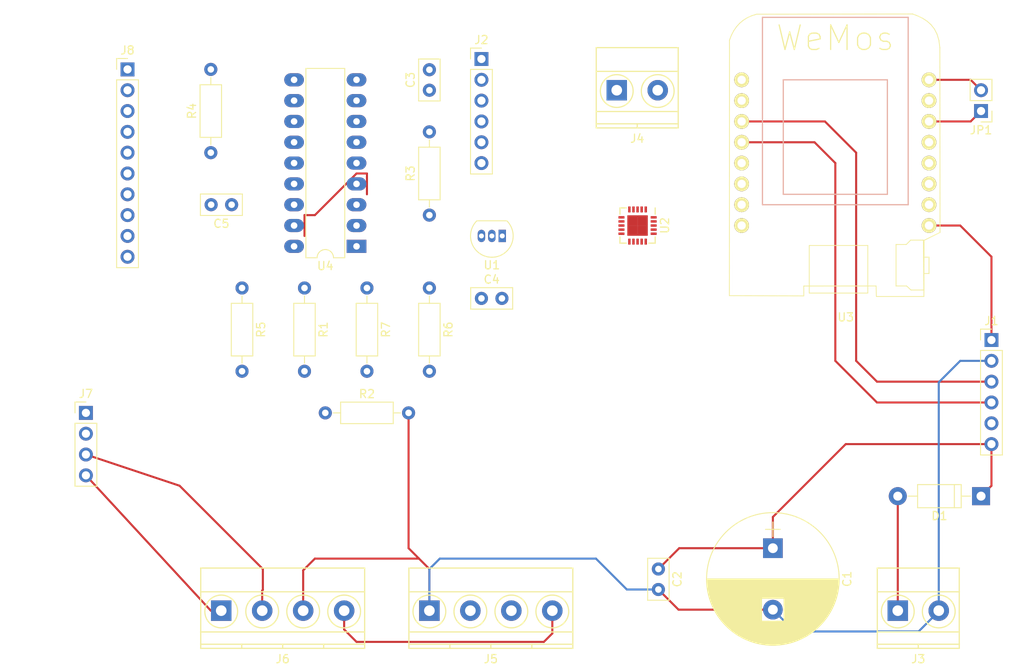
<source format=kicad_pcb>
(kicad_pcb (version 4) (host pcbnew 4.0.6)

  (general
    (links 90)
    (no_connects 72)
    (area 0 0 0 0)
    (thickness 1.6)
    (drawings 0)
    (tracks 64)
    (zones 0)
    (modules 26)
    (nets 37)
  )

  (page A4)
  (layers
    (0 F.Cu signal)
    (31 B.Cu signal)
    (32 B.Adhes user)
    (33 F.Adhes user)
    (34 B.Paste user)
    (35 F.Paste user)
    (36 B.SilkS user)
    (37 F.SilkS user)
    (38 B.Mask user)
    (39 F.Mask user)
    (40 Dwgs.User user)
    (41 Cmts.User user)
    (42 Eco1.User user)
    (43 Eco2.User user)
    (44 Edge.Cuts user)
    (45 Margin user)
    (46 B.CrtYd user)
    (47 F.CrtYd user)
    (48 B.Fab user)
    (49 F.Fab user)
  )

  (setup
    (last_trace_width 0.25)
    (trace_clearance 0.2)
    (zone_clearance 0.508)
    (zone_45_only no)
    (trace_min 0.2)
    (segment_width 0.2)
    (edge_width 0.15)
    (via_size 0.6)
    (via_drill 0.4)
    (via_min_size 0.4)
    (via_min_drill 0.3)
    (uvia_size 0.3)
    (uvia_drill 0.1)
    (uvias_allowed no)
    (uvia_min_size 0.2)
    (uvia_min_drill 0.1)
    (pcb_text_width 0.3)
    (pcb_text_size 1.5 1.5)
    (mod_edge_width 0.15)
    (mod_text_size 1 1)
    (mod_text_width 0.15)
    (pad_size 1.524 1.524)
    (pad_drill 0.762)
    (pad_to_mask_clearance 0.2)
    (aux_axis_origin 0 0)
    (visible_elements 7FFFFFFF)
    (pcbplotparams
      (layerselection 0x00030_80000001)
      (usegerberextensions false)
      (excludeedgelayer true)
      (linewidth 0.100000)
      (plotframeref false)
      (viasonmask false)
      (mode 1)
      (useauxorigin false)
      (hpglpennumber 1)
      (hpglpenspeed 20)
      (hpglpendiameter 15)
      (hpglpenoverlay 2)
      (psnegative false)
      (psa4output false)
      (plotreference true)
      (plotvalue true)
      (plotinvisibletext false)
      (padsonsilk false)
      (subtractmaskfromsilk false)
      (outputformat 1)
      (mirror false)
      (drillshape 1)
      (scaleselection 1)
      (outputdirectory ""))
  )

  (net 0 "")
  (net 1 "Net-(C1-Pad1)")
  (net 2 GND)
  (net 3 "Net-(C3-Pad1)")
  (net 4 +3V3)
  (net 5 "Net-(C5-Pad1)")
  (net 6 "Net-(D1-Pad2)")
  (net 7 /SCL)
  (net 8 /SDA)
  (net 9 VCC)
  (net 10 "Net-(J2-Pad6)")
  (net 11 /Trig)
  (net 12 /Echo)
  (net 13 /Analog1)
  (net 14 /GPB3)
  (net 15 /GPB4)
  (net 16 /GPB5)
  (net 17 /GPB6)
  (net 18 /GPB7)
  (net 19 "Net-(JP1-Pad1)")
  (net 20 "Net-(JP1-Pad2)")
  (net 21 "Net-(R1-Pad2)")
  (net 22 "Net-(R3-Pad1)")
  (net 23 "Net-(R3-Pad2)")
  (net 24 "Net-(R4-Pad1)")
  (net 25 "Net-(R5-Pad1)")
  (net 26 /PG)
  (net 27 /STAT2)
  (net 28 /STAT1)
  (net 29 "Net-(U3-Pad8)")
  (net 30 "Net-(U3-Pad7)")
  (net 31 "Net-(U3-Pad1)")
  (net 32 "Net-(U3-Pad15)")
  (net 33 "Net-(U3-Pad14)")
  (net 34 "Net-(U3-Pad13)")
  (net 35 "Net-(U3-Pad12)")
  (net 36 "Net-(U4-Pad8)")

  (net_class Default "Dies ist die voreingestellte Netzklasse."
    (clearance 0.2)
    (trace_width 0.25)
    (via_dia 0.6)
    (via_drill 0.4)
    (uvia_dia 0.3)
    (uvia_drill 0.1)
    (add_net +3V3)
    (add_net /Analog1)
    (add_net /Echo)
    (add_net /GPB3)
    (add_net /GPB4)
    (add_net /GPB5)
    (add_net /GPB6)
    (add_net /GPB7)
    (add_net /PG)
    (add_net /SCL)
    (add_net /SDA)
    (add_net /STAT1)
    (add_net /STAT2)
    (add_net /Trig)
    (add_net GND)
    (add_net "Net-(C1-Pad1)")
    (add_net "Net-(C3-Pad1)")
    (add_net "Net-(C5-Pad1)")
    (add_net "Net-(D1-Pad2)")
    (add_net "Net-(J2-Pad6)")
    (add_net "Net-(JP1-Pad1)")
    (add_net "Net-(JP1-Pad2)")
    (add_net "Net-(R1-Pad2)")
    (add_net "Net-(R3-Pad1)")
    (add_net "Net-(R3-Pad2)")
    (add_net "Net-(R4-Pad1)")
    (add_net "Net-(R5-Pad1)")
    (add_net "Net-(U3-Pad1)")
    (add_net "Net-(U3-Pad12)")
    (add_net "Net-(U3-Pad13)")
    (add_net "Net-(U3-Pad14)")
    (add_net "Net-(U3-Pad15)")
    (add_net "Net-(U3-Pad7)")
    (add_net "Net-(U3-Pad8)")
    (add_net "Net-(U4-Pad8)")
    (add_net VCC)
  )

  (module Capacitors_THT:CP_Radial_D16.0mm_P7.50mm (layer F.Cu) (tedit 5920C255) (tstamp 5957E927)
    (at 186.69 100.33 270)
    (descr "CP, Radial series, Radial, pin pitch=7.50mm, , diameter=16mm, Electrolytic Capacitor")
    (tags "CP Radial series Radial pin pitch 7.50mm  diameter 16mm Electrolytic Capacitor")
    (path /5953F5FE)
    (fp_text reference C1 (at 3.75 -9.06 270) (layer F.SilkS)
      (effects (font (size 1 1) (thickness 0.15)))
    )
    (fp_text value 4700uF (at 3.75 9.06 270) (layer F.Fab)
      (effects (font (size 1 1) (thickness 0.15)))
    )
    (fp_text user %R (at 3.75 0 270) (layer F.Fab)
      (effects (font (size 1 1) (thickness 0.15)))
    )
    (fp_line (start -3.2 0) (end -1.4 0) (layer F.Fab) (width 0.1))
    (fp_line (start -2.3 -0.9) (end -2.3 0.9) (layer F.Fab) (width 0.1))
    (fp_line (start 3.75 -8.051) (end 3.75 8.051) (layer F.SilkS) (width 0.12))
    (fp_line (start 3.79 -8.05) (end 3.79 8.05) (layer F.SilkS) (width 0.12))
    (fp_line (start 3.83 -8.05) (end 3.83 8.05) (layer F.SilkS) (width 0.12))
    (fp_line (start 3.87 -8.05) (end 3.87 8.05) (layer F.SilkS) (width 0.12))
    (fp_line (start 3.91 -8.049) (end 3.91 8.049) (layer F.SilkS) (width 0.12))
    (fp_line (start 3.95 -8.048) (end 3.95 8.048) (layer F.SilkS) (width 0.12))
    (fp_line (start 3.99 -8.047) (end 3.99 8.047) (layer F.SilkS) (width 0.12))
    (fp_line (start 4.03 -8.046) (end 4.03 8.046) (layer F.SilkS) (width 0.12))
    (fp_line (start 4.07 -8.044) (end 4.07 8.044) (layer F.SilkS) (width 0.12))
    (fp_line (start 4.11 -8.042) (end 4.11 8.042) (layer F.SilkS) (width 0.12))
    (fp_line (start 4.15 -8.041) (end 4.15 8.041) (layer F.SilkS) (width 0.12))
    (fp_line (start 4.19 -8.039) (end 4.19 8.039) (layer F.SilkS) (width 0.12))
    (fp_line (start 4.23 -8.036) (end 4.23 8.036) (layer F.SilkS) (width 0.12))
    (fp_line (start 4.27 -8.034) (end 4.27 8.034) (layer F.SilkS) (width 0.12))
    (fp_line (start 4.31 -8.031) (end 4.31 8.031) (layer F.SilkS) (width 0.12))
    (fp_line (start 4.35 -8.028) (end 4.35 8.028) (layer F.SilkS) (width 0.12))
    (fp_line (start 4.39 -8.025) (end 4.39 8.025) (layer F.SilkS) (width 0.12))
    (fp_line (start 4.43 -8.022) (end 4.43 8.022) (layer F.SilkS) (width 0.12))
    (fp_line (start 4.471 -8.018) (end 4.471 8.018) (layer F.SilkS) (width 0.12))
    (fp_line (start 4.511 -8.015) (end 4.511 8.015) (layer F.SilkS) (width 0.12))
    (fp_line (start 4.551 -8.011) (end 4.551 8.011) (layer F.SilkS) (width 0.12))
    (fp_line (start 4.591 -8.007) (end 4.591 8.007) (layer F.SilkS) (width 0.12))
    (fp_line (start 4.631 -8.002) (end 4.631 8.002) (layer F.SilkS) (width 0.12))
    (fp_line (start 4.671 -7.998) (end 4.671 7.998) (layer F.SilkS) (width 0.12))
    (fp_line (start 4.711 -7.993) (end 4.711 7.993) (layer F.SilkS) (width 0.12))
    (fp_line (start 4.751 -7.988) (end 4.751 7.988) (layer F.SilkS) (width 0.12))
    (fp_line (start 4.791 -7.983) (end 4.791 7.983) (layer F.SilkS) (width 0.12))
    (fp_line (start 4.831 -7.978) (end 4.831 7.978) (layer F.SilkS) (width 0.12))
    (fp_line (start 4.871 -7.973) (end 4.871 7.973) (layer F.SilkS) (width 0.12))
    (fp_line (start 4.911 -7.967) (end 4.911 7.967) (layer F.SilkS) (width 0.12))
    (fp_line (start 4.951 -7.961) (end 4.951 7.961) (layer F.SilkS) (width 0.12))
    (fp_line (start 4.991 -7.955) (end 4.991 7.955) (layer F.SilkS) (width 0.12))
    (fp_line (start 5.031 -7.949) (end 5.031 7.949) (layer F.SilkS) (width 0.12))
    (fp_line (start 5.071 -7.942) (end 5.071 7.942) (layer F.SilkS) (width 0.12))
    (fp_line (start 5.111 -7.935) (end 5.111 7.935) (layer F.SilkS) (width 0.12))
    (fp_line (start 5.151 -7.928) (end 5.151 7.928) (layer F.SilkS) (width 0.12))
    (fp_line (start 5.191 -7.921) (end 5.191 7.921) (layer F.SilkS) (width 0.12))
    (fp_line (start 5.231 -7.914) (end 5.231 7.914) (layer F.SilkS) (width 0.12))
    (fp_line (start 5.271 -7.906) (end 5.271 7.906) (layer F.SilkS) (width 0.12))
    (fp_line (start 5.311 -7.899) (end 5.311 7.899) (layer F.SilkS) (width 0.12))
    (fp_line (start 5.351 -7.891) (end 5.351 7.891) (layer F.SilkS) (width 0.12))
    (fp_line (start 5.391 -7.883) (end 5.391 7.883) (layer F.SilkS) (width 0.12))
    (fp_line (start 5.431 -7.874) (end 5.431 7.874) (layer F.SilkS) (width 0.12))
    (fp_line (start 5.471 -7.866) (end 5.471 7.866) (layer F.SilkS) (width 0.12))
    (fp_line (start 5.511 -7.857) (end 5.511 7.857) (layer F.SilkS) (width 0.12))
    (fp_line (start 5.551 -7.848) (end 5.551 7.848) (layer F.SilkS) (width 0.12))
    (fp_line (start 5.591 -7.838) (end 5.591 7.838) (layer F.SilkS) (width 0.12))
    (fp_line (start 5.631 -7.829) (end 5.631 7.829) (layer F.SilkS) (width 0.12))
    (fp_line (start 5.671 -7.819) (end 5.671 7.819) (layer F.SilkS) (width 0.12))
    (fp_line (start 5.711 -7.809) (end 5.711 7.809) (layer F.SilkS) (width 0.12))
    (fp_line (start 5.751 -7.799) (end 5.751 7.799) (layer F.SilkS) (width 0.12))
    (fp_line (start 5.791 -7.789) (end 5.791 7.789) (layer F.SilkS) (width 0.12))
    (fp_line (start 5.831 -7.779) (end 5.831 7.779) (layer F.SilkS) (width 0.12))
    (fp_line (start 5.871 -7.768) (end 5.871 7.768) (layer F.SilkS) (width 0.12))
    (fp_line (start 5.911 -7.757) (end 5.911 7.757) (layer F.SilkS) (width 0.12))
    (fp_line (start 5.951 -7.746) (end 5.951 7.746) (layer F.SilkS) (width 0.12))
    (fp_line (start 5.991 -7.734) (end 5.991 7.734) (layer F.SilkS) (width 0.12))
    (fp_line (start 6.031 -7.723) (end 6.031 7.723) (layer F.SilkS) (width 0.12))
    (fp_line (start 6.071 -7.711) (end 6.071 7.711) (layer F.SilkS) (width 0.12))
    (fp_line (start 6.111 -7.699) (end 6.111 7.699) (layer F.SilkS) (width 0.12))
    (fp_line (start 6.151 -7.686) (end 6.151 -1.38) (layer F.SilkS) (width 0.12))
    (fp_line (start 6.151 1.38) (end 6.151 7.686) (layer F.SilkS) (width 0.12))
    (fp_line (start 6.191 -7.674) (end 6.191 -1.38) (layer F.SilkS) (width 0.12))
    (fp_line (start 6.191 1.38) (end 6.191 7.674) (layer F.SilkS) (width 0.12))
    (fp_line (start 6.231 -7.661) (end 6.231 -1.38) (layer F.SilkS) (width 0.12))
    (fp_line (start 6.231 1.38) (end 6.231 7.661) (layer F.SilkS) (width 0.12))
    (fp_line (start 6.271 -7.648) (end 6.271 -1.38) (layer F.SilkS) (width 0.12))
    (fp_line (start 6.271 1.38) (end 6.271 7.648) (layer F.SilkS) (width 0.12))
    (fp_line (start 6.311 -7.635) (end 6.311 -1.38) (layer F.SilkS) (width 0.12))
    (fp_line (start 6.311 1.38) (end 6.311 7.635) (layer F.SilkS) (width 0.12))
    (fp_line (start 6.351 -7.621) (end 6.351 -1.38) (layer F.SilkS) (width 0.12))
    (fp_line (start 6.351 1.38) (end 6.351 7.621) (layer F.SilkS) (width 0.12))
    (fp_line (start 6.391 -7.608) (end 6.391 -1.38) (layer F.SilkS) (width 0.12))
    (fp_line (start 6.391 1.38) (end 6.391 7.608) (layer F.SilkS) (width 0.12))
    (fp_line (start 6.431 -7.594) (end 6.431 -1.38) (layer F.SilkS) (width 0.12))
    (fp_line (start 6.431 1.38) (end 6.431 7.594) (layer F.SilkS) (width 0.12))
    (fp_line (start 6.471 -7.58) (end 6.471 -1.38) (layer F.SilkS) (width 0.12))
    (fp_line (start 6.471 1.38) (end 6.471 7.58) (layer F.SilkS) (width 0.12))
    (fp_line (start 6.511 -7.565) (end 6.511 -1.38) (layer F.SilkS) (width 0.12))
    (fp_line (start 6.511 1.38) (end 6.511 7.565) (layer F.SilkS) (width 0.12))
    (fp_line (start 6.551 -7.55) (end 6.551 -1.38) (layer F.SilkS) (width 0.12))
    (fp_line (start 6.551 1.38) (end 6.551 7.55) (layer F.SilkS) (width 0.12))
    (fp_line (start 6.591 -7.536) (end 6.591 -1.38) (layer F.SilkS) (width 0.12))
    (fp_line (start 6.591 1.38) (end 6.591 7.536) (layer F.SilkS) (width 0.12))
    (fp_line (start 6.631 -7.521) (end 6.631 -1.38) (layer F.SilkS) (width 0.12))
    (fp_line (start 6.631 1.38) (end 6.631 7.521) (layer F.SilkS) (width 0.12))
    (fp_line (start 6.671 -7.505) (end 6.671 -1.38) (layer F.SilkS) (width 0.12))
    (fp_line (start 6.671 1.38) (end 6.671 7.505) (layer F.SilkS) (width 0.12))
    (fp_line (start 6.711 -7.49) (end 6.711 -1.38) (layer F.SilkS) (width 0.12))
    (fp_line (start 6.711 1.38) (end 6.711 7.49) (layer F.SilkS) (width 0.12))
    (fp_line (start 6.751 -7.474) (end 6.751 -1.38) (layer F.SilkS) (width 0.12))
    (fp_line (start 6.751 1.38) (end 6.751 7.474) (layer F.SilkS) (width 0.12))
    (fp_line (start 6.791 -7.458) (end 6.791 -1.38) (layer F.SilkS) (width 0.12))
    (fp_line (start 6.791 1.38) (end 6.791 7.458) (layer F.SilkS) (width 0.12))
    (fp_line (start 6.831 -7.441) (end 6.831 -1.38) (layer F.SilkS) (width 0.12))
    (fp_line (start 6.831 1.38) (end 6.831 7.441) (layer F.SilkS) (width 0.12))
    (fp_line (start 6.871 -7.425) (end 6.871 -1.38) (layer F.SilkS) (width 0.12))
    (fp_line (start 6.871 1.38) (end 6.871 7.425) (layer F.SilkS) (width 0.12))
    (fp_line (start 6.911 -7.408) (end 6.911 -1.38) (layer F.SilkS) (width 0.12))
    (fp_line (start 6.911 1.38) (end 6.911 7.408) (layer F.SilkS) (width 0.12))
    (fp_line (start 6.951 -7.391) (end 6.951 -1.38) (layer F.SilkS) (width 0.12))
    (fp_line (start 6.951 1.38) (end 6.951 7.391) (layer F.SilkS) (width 0.12))
    (fp_line (start 6.991 -7.373) (end 6.991 -1.38) (layer F.SilkS) (width 0.12))
    (fp_line (start 6.991 1.38) (end 6.991 7.373) (layer F.SilkS) (width 0.12))
    (fp_line (start 7.031 -7.356) (end 7.031 -1.38) (layer F.SilkS) (width 0.12))
    (fp_line (start 7.031 1.38) (end 7.031 7.356) (layer F.SilkS) (width 0.12))
    (fp_line (start 7.071 -7.338) (end 7.071 -1.38) (layer F.SilkS) (width 0.12))
    (fp_line (start 7.071 1.38) (end 7.071 7.338) (layer F.SilkS) (width 0.12))
    (fp_line (start 7.111 -7.32) (end 7.111 -1.38) (layer F.SilkS) (width 0.12))
    (fp_line (start 7.111 1.38) (end 7.111 7.32) (layer F.SilkS) (width 0.12))
    (fp_line (start 7.151 -7.301) (end 7.151 -1.38) (layer F.SilkS) (width 0.12))
    (fp_line (start 7.151 1.38) (end 7.151 7.301) (layer F.SilkS) (width 0.12))
    (fp_line (start 7.191 -7.283) (end 7.191 -1.38) (layer F.SilkS) (width 0.12))
    (fp_line (start 7.191 1.38) (end 7.191 7.283) (layer F.SilkS) (width 0.12))
    (fp_line (start 7.231 -7.264) (end 7.231 -1.38) (layer F.SilkS) (width 0.12))
    (fp_line (start 7.231 1.38) (end 7.231 7.264) (layer F.SilkS) (width 0.12))
    (fp_line (start 7.271 -7.245) (end 7.271 -1.38) (layer F.SilkS) (width 0.12))
    (fp_line (start 7.271 1.38) (end 7.271 7.245) (layer F.SilkS) (width 0.12))
    (fp_line (start 7.311 -7.225) (end 7.311 -1.38) (layer F.SilkS) (width 0.12))
    (fp_line (start 7.311 1.38) (end 7.311 7.225) (layer F.SilkS) (width 0.12))
    (fp_line (start 7.351 -7.205) (end 7.351 -1.38) (layer F.SilkS) (width 0.12))
    (fp_line (start 7.351 1.38) (end 7.351 7.205) (layer F.SilkS) (width 0.12))
    (fp_line (start 7.391 -7.185) (end 7.391 -1.38) (layer F.SilkS) (width 0.12))
    (fp_line (start 7.391 1.38) (end 7.391 7.185) (layer F.SilkS) (width 0.12))
    (fp_line (start 7.431 -7.165) (end 7.431 -1.38) (layer F.SilkS) (width 0.12))
    (fp_line (start 7.431 1.38) (end 7.431 7.165) (layer F.SilkS) (width 0.12))
    (fp_line (start 7.471 -7.144) (end 7.471 -1.38) (layer F.SilkS) (width 0.12))
    (fp_line (start 7.471 1.38) (end 7.471 7.144) (layer F.SilkS) (width 0.12))
    (fp_line (start 7.511 -7.124) (end 7.511 -1.38) (layer F.SilkS) (width 0.12))
    (fp_line (start 7.511 1.38) (end 7.511 7.124) (layer F.SilkS) (width 0.12))
    (fp_line (start 7.551 -7.102) (end 7.551 -1.38) (layer F.SilkS) (width 0.12))
    (fp_line (start 7.551 1.38) (end 7.551 7.102) (layer F.SilkS) (width 0.12))
    (fp_line (start 7.591 -7.081) (end 7.591 -1.38) (layer F.SilkS) (width 0.12))
    (fp_line (start 7.591 1.38) (end 7.591 7.081) (layer F.SilkS) (width 0.12))
    (fp_line (start 7.631 -7.059) (end 7.631 -1.38) (layer F.SilkS) (width 0.12))
    (fp_line (start 7.631 1.38) (end 7.631 7.059) (layer F.SilkS) (width 0.12))
    (fp_line (start 7.671 -7.037) (end 7.671 -1.38) (layer F.SilkS) (width 0.12))
    (fp_line (start 7.671 1.38) (end 7.671 7.037) (layer F.SilkS) (width 0.12))
    (fp_line (start 7.711 -7.015) (end 7.711 -1.38) (layer F.SilkS) (width 0.12))
    (fp_line (start 7.711 1.38) (end 7.711 7.015) (layer F.SilkS) (width 0.12))
    (fp_line (start 7.751 -6.992) (end 7.751 -1.38) (layer F.SilkS) (width 0.12))
    (fp_line (start 7.751 1.38) (end 7.751 6.992) (layer F.SilkS) (width 0.12))
    (fp_line (start 7.791 -6.97) (end 7.791 -1.38) (layer F.SilkS) (width 0.12))
    (fp_line (start 7.791 1.38) (end 7.791 6.97) (layer F.SilkS) (width 0.12))
    (fp_line (start 7.831 -6.946) (end 7.831 -1.38) (layer F.SilkS) (width 0.12))
    (fp_line (start 7.831 1.38) (end 7.831 6.946) (layer F.SilkS) (width 0.12))
    (fp_line (start 7.871 -6.923) (end 7.871 -1.38) (layer F.SilkS) (width 0.12))
    (fp_line (start 7.871 1.38) (end 7.871 6.923) (layer F.SilkS) (width 0.12))
    (fp_line (start 7.911 -6.899) (end 7.911 -1.38) (layer F.SilkS) (width 0.12))
    (fp_line (start 7.911 1.38) (end 7.911 6.899) (layer F.SilkS) (width 0.12))
    (fp_line (start 7.951 -6.875) (end 7.951 -1.38) (layer F.SilkS) (width 0.12))
    (fp_line (start 7.951 1.38) (end 7.951 6.875) (layer F.SilkS) (width 0.12))
    (fp_line (start 7.991 -6.85) (end 7.991 -1.38) (layer F.SilkS) (width 0.12))
    (fp_line (start 7.991 1.38) (end 7.991 6.85) (layer F.SilkS) (width 0.12))
    (fp_line (start 8.031 -6.826) (end 8.031 -1.38) (layer F.SilkS) (width 0.12))
    (fp_line (start 8.031 1.38) (end 8.031 6.826) (layer F.SilkS) (width 0.12))
    (fp_line (start 8.071 -6.801) (end 8.071 -1.38) (layer F.SilkS) (width 0.12))
    (fp_line (start 8.071 1.38) (end 8.071 6.801) (layer F.SilkS) (width 0.12))
    (fp_line (start 8.111 -6.775) (end 8.111 -1.38) (layer F.SilkS) (width 0.12))
    (fp_line (start 8.111 1.38) (end 8.111 6.775) (layer F.SilkS) (width 0.12))
    (fp_line (start 8.151 -6.749) (end 8.151 -1.38) (layer F.SilkS) (width 0.12))
    (fp_line (start 8.151 1.38) (end 8.151 6.749) (layer F.SilkS) (width 0.12))
    (fp_line (start 8.191 -6.723) (end 8.191 -1.38) (layer F.SilkS) (width 0.12))
    (fp_line (start 8.191 1.38) (end 8.191 6.723) (layer F.SilkS) (width 0.12))
    (fp_line (start 8.231 -6.697) (end 8.231 -1.38) (layer F.SilkS) (width 0.12))
    (fp_line (start 8.231 1.38) (end 8.231 6.697) (layer F.SilkS) (width 0.12))
    (fp_line (start 8.271 -6.67) (end 8.271 -1.38) (layer F.SilkS) (width 0.12))
    (fp_line (start 8.271 1.38) (end 8.271 6.67) (layer F.SilkS) (width 0.12))
    (fp_line (start 8.311 -6.643) (end 8.311 -1.38) (layer F.SilkS) (width 0.12))
    (fp_line (start 8.311 1.38) (end 8.311 6.643) (layer F.SilkS) (width 0.12))
    (fp_line (start 8.351 -6.615) (end 8.351 -1.38) (layer F.SilkS) (width 0.12))
    (fp_line (start 8.351 1.38) (end 8.351 6.615) (layer F.SilkS) (width 0.12))
    (fp_line (start 8.391 -6.588) (end 8.391 -1.38) (layer F.SilkS) (width 0.12))
    (fp_line (start 8.391 1.38) (end 8.391 6.588) (layer F.SilkS) (width 0.12))
    (fp_line (start 8.431 -6.559) (end 8.431 -1.38) (layer F.SilkS) (width 0.12))
    (fp_line (start 8.431 1.38) (end 8.431 6.559) (layer F.SilkS) (width 0.12))
    (fp_line (start 8.471 -6.531) (end 8.471 -1.38) (layer F.SilkS) (width 0.12))
    (fp_line (start 8.471 1.38) (end 8.471 6.531) (layer F.SilkS) (width 0.12))
    (fp_line (start 8.511 -6.502) (end 8.511 -1.38) (layer F.SilkS) (width 0.12))
    (fp_line (start 8.511 1.38) (end 8.511 6.502) (layer F.SilkS) (width 0.12))
    (fp_line (start 8.551 -6.473) (end 8.551 -1.38) (layer F.SilkS) (width 0.12))
    (fp_line (start 8.551 1.38) (end 8.551 6.473) (layer F.SilkS) (width 0.12))
    (fp_line (start 8.591 -6.443) (end 8.591 -1.38) (layer F.SilkS) (width 0.12))
    (fp_line (start 8.591 1.38) (end 8.591 6.443) (layer F.SilkS) (width 0.12))
    (fp_line (start 8.631 -6.413) (end 8.631 -1.38) (layer F.SilkS) (width 0.12))
    (fp_line (start 8.631 1.38) (end 8.631 6.413) (layer F.SilkS) (width 0.12))
    (fp_line (start 8.671 -6.382) (end 8.671 -1.38) (layer F.SilkS) (width 0.12))
    (fp_line (start 8.671 1.38) (end 8.671 6.382) (layer F.SilkS) (width 0.12))
    (fp_line (start 8.711 -6.352) (end 8.711 -1.38) (layer F.SilkS) (width 0.12))
    (fp_line (start 8.711 1.38) (end 8.711 6.352) (layer F.SilkS) (width 0.12))
    (fp_line (start 8.751 -6.32) (end 8.751 -1.38) (layer F.SilkS) (width 0.12))
    (fp_line (start 8.751 1.38) (end 8.751 6.32) (layer F.SilkS) (width 0.12))
    (fp_line (start 8.791 -6.289) (end 8.791 -1.38) (layer F.SilkS) (width 0.12))
    (fp_line (start 8.791 1.38) (end 8.791 6.289) (layer F.SilkS) (width 0.12))
    (fp_line (start 8.831 -6.257) (end 8.831 -1.38) (layer F.SilkS) (width 0.12))
    (fp_line (start 8.831 1.38) (end 8.831 6.257) (layer F.SilkS) (width 0.12))
    (fp_line (start 8.871 -6.224) (end 8.871 -1.38) (layer F.SilkS) (width 0.12))
    (fp_line (start 8.871 1.38) (end 8.871 6.224) (layer F.SilkS) (width 0.12))
    (fp_line (start 8.911 -6.191) (end 8.911 6.191) (layer F.SilkS) (width 0.12))
    (fp_line (start 8.951 -6.158) (end 8.951 6.158) (layer F.SilkS) (width 0.12))
    (fp_line (start 8.991 -6.124) (end 8.991 6.124) (layer F.SilkS) (width 0.12))
    (fp_line (start 9.031 -6.09) (end 9.031 6.09) (layer F.SilkS) (width 0.12))
    (fp_line (start 9.071 -6.055) (end 9.071 6.055) (layer F.SilkS) (width 0.12))
    (fp_line (start 9.111 -6.02) (end 9.111 6.02) (layer F.SilkS) (width 0.12))
    (fp_line (start 9.151 -5.984) (end 9.151 5.984) (layer F.SilkS) (width 0.12))
    (fp_line (start 9.191 -5.948) (end 9.191 5.948) (layer F.SilkS) (width 0.12))
    (fp_line (start 9.231 -5.912) (end 9.231 5.912) (layer F.SilkS) (width 0.12))
    (fp_line (start 9.271 -5.875) (end 9.271 5.875) (layer F.SilkS) (width 0.12))
    (fp_line (start 9.311 -5.837) (end 9.311 5.837) (layer F.SilkS) (width 0.12))
    (fp_line (start 9.351 -5.799) (end 9.351 5.799) (layer F.SilkS) (width 0.12))
    (fp_line (start 9.391 -5.76) (end 9.391 5.76) (layer F.SilkS) (width 0.12))
    (fp_line (start 9.431 -5.721) (end 9.431 5.721) (layer F.SilkS) (width 0.12))
    (fp_line (start 9.471 -5.681) (end 9.471 5.681) (layer F.SilkS) (width 0.12))
    (fp_line (start 9.511 -5.641) (end 9.511 5.641) (layer F.SilkS) (width 0.12))
    (fp_line (start 9.551 -5.6) (end 9.551 5.6) (layer F.SilkS) (width 0.12))
    (fp_line (start 9.591 -5.559) (end 9.591 5.559) (layer F.SilkS) (width 0.12))
    (fp_line (start 9.631 -5.517) (end 9.631 5.517) (layer F.SilkS) (width 0.12))
    (fp_line (start 9.671 -5.474) (end 9.671 5.474) (layer F.SilkS) (width 0.12))
    (fp_line (start 9.711 -5.431) (end 9.711 5.431) (layer F.SilkS) (width 0.12))
    (fp_line (start 9.751 -5.387) (end 9.751 5.387) (layer F.SilkS) (width 0.12))
    (fp_line (start 9.791 -5.343) (end 9.791 5.343) (layer F.SilkS) (width 0.12))
    (fp_line (start 9.831 -5.297) (end 9.831 5.297) (layer F.SilkS) (width 0.12))
    (fp_line (start 9.871 -5.251) (end 9.871 5.251) (layer F.SilkS) (width 0.12))
    (fp_line (start 9.911 -5.205) (end 9.911 5.205) (layer F.SilkS) (width 0.12))
    (fp_line (start 9.951 -5.157) (end 9.951 5.157) (layer F.SilkS) (width 0.12))
    (fp_line (start 9.991 -5.109) (end 9.991 5.109) (layer F.SilkS) (width 0.12))
    (fp_line (start 10.031 -5.06) (end 10.031 5.06) (layer F.SilkS) (width 0.12))
    (fp_line (start 10.071 -5.011) (end 10.071 5.011) (layer F.SilkS) (width 0.12))
    (fp_line (start 10.111 -4.96) (end 10.111 4.96) (layer F.SilkS) (width 0.12))
    (fp_line (start 10.151 -4.909) (end 10.151 4.909) (layer F.SilkS) (width 0.12))
    (fp_line (start 10.191 -4.857) (end 10.191 4.857) (layer F.SilkS) (width 0.12))
    (fp_line (start 10.231 -4.804) (end 10.231 4.804) (layer F.SilkS) (width 0.12))
    (fp_line (start 10.271 -4.75) (end 10.271 4.75) (layer F.SilkS) (width 0.12))
    (fp_line (start 10.311 -4.695) (end 10.311 4.695) (layer F.SilkS) (width 0.12))
    (fp_line (start 10.351 -4.639) (end 10.351 4.639) (layer F.SilkS) (width 0.12))
    (fp_line (start 10.391 -4.582) (end 10.391 4.582) (layer F.SilkS) (width 0.12))
    (fp_line (start 10.431 -4.524) (end 10.431 4.524) (layer F.SilkS) (width 0.12))
    (fp_line (start 10.471 -4.465) (end 10.471 4.465) (layer F.SilkS) (width 0.12))
    (fp_line (start 10.511 -4.405) (end 10.511 4.405) (layer F.SilkS) (width 0.12))
    (fp_line (start 10.551 -4.343) (end 10.551 4.343) (layer F.SilkS) (width 0.12))
    (fp_line (start 10.591 -4.281) (end 10.591 4.281) (layer F.SilkS) (width 0.12))
    (fp_line (start 10.631 -4.217) (end 10.631 4.217) (layer F.SilkS) (width 0.12))
    (fp_line (start 10.671 -4.151) (end 10.671 4.151) (layer F.SilkS) (width 0.12))
    (fp_line (start 10.711 -4.084) (end 10.711 4.084) (layer F.SilkS) (width 0.12))
    (fp_line (start 10.751 -4.016) (end 10.751 4.016) (layer F.SilkS) (width 0.12))
    (fp_line (start 10.791 -3.946) (end 10.791 3.946) (layer F.SilkS) (width 0.12))
    (fp_line (start 10.831 -3.875) (end 10.831 3.875) (layer F.SilkS) (width 0.12))
    (fp_line (start 10.871 -3.802) (end 10.871 3.802) (layer F.SilkS) (width 0.12))
    (fp_line (start 10.911 -3.726) (end 10.911 3.726) (layer F.SilkS) (width 0.12))
    (fp_line (start 10.951 -3.649) (end 10.951 3.649) (layer F.SilkS) (width 0.12))
    (fp_line (start 10.991 -3.57) (end 10.991 3.57) (layer F.SilkS) (width 0.12))
    (fp_line (start 11.031 -3.489) (end 11.031 3.489) (layer F.SilkS) (width 0.12))
    (fp_line (start 11.071 -3.405) (end 11.071 3.405) (layer F.SilkS) (width 0.12))
    (fp_line (start 11.111 -3.319) (end 11.111 3.319) (layer F.SilkS) (width 0.12))
    (fp_line (start 11.151 -3.23) (end 11.151 3.23) (layer F.SilkS) (width 0.12))
    (fp_line (start 11.191 -3.138) (end 11.191 3.138) (layer F.SilkS) (width 0.12))
    (fp_line (start 11.231 -3.042) (end 11.231 3.042) (layer F.SilkS) (width 0.12))
    (fp_line (start 11.271 -2.943) (end 11.271 2.943) (layer F.SilkS) (width 0.12))
    (fp_line (start 11.311 -2.841) (end 11.311 2.841) (layer F.SilkS) (width 0.12))
    (fp_line (start 11.351 -2.733) (end 11.351 2.733) (layer F.SilkS) (width 0.12))
    (fp_line (start 11.391 -2.621) (end 11.391 2.621) (layer F.SilkS) (width 0.12))
    (fp_line (start 11.431 -2.503) (end 11.431 2.503) (layer F.SilkS) (width 0.12))
    (fp_line (start 11.471 -2.379) (end 11.471 2.379) (layer F.SilkS) (width 0.12))
    (fp_line (start 11.511 -2.248) (end 11.511 2.248) (layer F.SilkS) (width 0.12))
    (fp_line (start 11.551 -2.107) (end 11.551 2.107) (layer F.SilkS) (width 0.12))
    (fp_line (start 11.591 -1.956) (end 11.591 1.956) (layer F.SilkS) (width 0.12))
    (fp_line (start 11.631 -1.792) (end 11.631 1.792) (layer F.SilkS) (width 0.12))
    (fp_line (start 11.671 -1.61) (end 11.671 1.61) (layer F.SilkS) (width 0.12))
    (fp_line (start 11.711 -1.405) (end 11.711 1.405) (layer F.SilkS) (width 0.12))
    (fp_line (start 11.751 -1.164) (end 11.751 1.164) (layer F.SilkS) (width 0.12))
    (fp_line (start 11.791 -0.859) (end 11.791 0.859) (layer F.SilkS) (width 0.12))
    (fp_line (start 11.831 -0.363) (end 11.831 0.363) (layer F.SilkS) (width 0.12))
    (fp_line (start -3.2 0) (end -1.4 0) (layer F.SilkS) (width 0.12))
    (fp_line (start -2.3 -0.9) (end -2.3 0.9) (layer F.SilkS) (width 0.12))
    (fp_line (start -4.6 -8.35) (end -4.6 8.35) (layer F.CrtYd) (width 0.05))
    (fp_line (start -4.6 8.35) (end 12.1 8.35) (layer F.CrtYd) (width 0.05))
    (fp_line (start 12.1 8.35) (end 12.1 -8.35) (layer F.CrtYd) (width 0.05))
    (fp_line (start 12.1 -8.35) (end -4.6 -8.35) (layer F.CrtYd) (width 0.05))
    (fp_circle (center 3.75 0) (end 11.75 0) (layer F.Fab) (width 0.1))
    (fp_circle (center 3.75 0) (end 11.84 0) (layer F.SilkS) (width 0.12))
    (pad 1 thru_hole rect (at 0 0 270) (size 2.4 2.4) (drill 1.2) (layers *.Cu *.Mask)
      (net 1 "Net-(C1-Pad1)"))
    (pad 2 thru_hole circle (at 7.5 0 270) (size 2.4 2.4) (drill 1.2) (layers *.Cu *.Mask)
      (net 2 GND))
    (model ${KISYS3DMOD}/Capacitors_THT.3dshapes/CP_Radial_D16.0mm_P7.50mm.wrl
      (at (xyz 0 0 0))
      (scale (xyz 1 1 1))
      (rotate (xyz 0 0 0))
    )
  )

  (module Capacitors_THT:C_Disc_D5.0mm_W2.5mm_P2.50mm (layer F.Cu) (tedit 5920C254) (tstamp 5957E92D)
    (at 172.72 102.87 270)
    (descr "C, Disc series, Radial, pin pitch=2.50mm, , diameter*width=5*2.5mm^2, Capacitor, http://cdn-reichelt.de/documents/datenblatt/B300/DS_KERKO_TC.pdf")
    (tags "C Disc series Radial pin pitch 2.50mm  diameter 5mm width 2.5mm Capacitor")
    (path /5953F621)
    (fp_text reference C2 (at 1.25 -2.31 270) (layer F.SilkS)
      (effects (font (size 1 1) (thickness 0.15)))
    )
    (fp_text value 10uF (at 1.25 2.31 270) (layer F.Fab)
      (effects (font (size 1 1) (thickness 0.15)))
    )
    (fp_text user %R (at 1.25 0 270) (layer F.Fab)
      (effects (font (size 1 1) (thickness 0.15)))
    )
    (fp_line (start -1.25 -1.25) (end -1.25 1.25) (layer F.Fab) (width 0.1))
    (fp_line (start -1.25 1.25) (end 3.75 1.25) (layer F.Fab) (width 0.1))
    (fp_line (start 3.75 1.25) (end 3.75 -1.25) (layer F.Fab) (width 0.1))
    (fp_line (start 3.75 -1.25) (end -1.25 -1.25) (layer F.Fab) (width 0.1))
    (fp_line (start -1.31 -1.31) (end 3.81 -1.31) (layer F.SilkS) (width 0.12))
    (fp_line (start -1.31 1.31) (end 3.81 1.31) (layer F.SilkS) (width 0.12))
    (fp_line (start -1.31 -1.31) (end -1.31 1.31) (layer F.SilkS) (width 0.12))
    (fp_line (start 3.81 -1.31) (end 3.81 1.31) (layer F.SilkS) (width 0.12))
    (fp_line (start -1.6 -1.6) (end -1.6 1.6) (layer F.CrtYd) (width 0.05))
    (fp_line (start -1.6 1.6) (end 4.1 1.6) (layer F.CrtYd) (width 0.05))
    (fp_line (start 4.1 1.6) (end 4.1 -1.6) (layer F.CrtYd) (width 0.05))
    (fp_line (start 4.1 -1.6) (end -1.6 -1.6) (layer F.CrtYd) (width 0.05))
    (pad 1 thru_hole circle (at 0 0 270) (size 1.6 1.6) (drill 0.8) (layers *.Cu *.Mask)
      (net 1 "Net-(C1-Pad1)"))
    (pad 2 thru_hole circle (at 2.5 0 270) (size 1.6 1.6) (drill 0.8) (layers *.Cu *.Mask)
      (net 2 GND))
    (model ${KISYS3DMOD}/Capacitors_THT.3dshapes/C_Disc_D5.0mm_W2.5mm_P2.50mm.wrl
      (at (xyz 0 0 0))
      (scale (xyz 0.393701 0.393701 0.393701))
      (rotate (xyz 0 0 0))
    )
  )

  (module Capacitors_THT:C_Disc_D5.0mm_W2.5mm_P2.50mm (layer F.Cu) (tedit 5920C254) (tstamp 5957E933)
    (at 144.78 44.45 90)
    (descr "C, Disc series, Radial, pin pitch=2.50mm, , diameter*width=5*2.5mm^2, Capacitor, http://cdn-reichelt.de/documents/datenblatt/B300/DS_KERKO_TC.pdf")
    (tags "C Disc series Radial pin pitch 2.50mm  diameter 5mm width 2.5mm Capacitor")
    (path /59543C3B)
    (fp_text reference C3 (at 1.25 -2.31 90) (layer F.SilkS)
      (effects (font (size 1 1) (thickness 0.15)))
    )
    (fp_text value 4.7uF (at 1.25 2.31 90) (layer F.Fab)
      (effects (font (size 1 1) (thickness 0.15)))
    )
    (fp_text user %R (at 1.25 0 90) (layer F.Fab)
      (effects (font (size 1 1) (thickness 0.15)))
    )
    (fp_line (start -1.25 -1.25) (end -1.25 1.25) (layer F.Fab) (width 0.1))
    (fp_line (start -1.25 1.25) (end 3.75 1.25) (layer F.Fab) (width 0.1))
    (fp_line (start 3.75 1.25) (end 3.75 -1.25) (layer F.Fab) (width 0.1))
    (fp_line (start 3.75 -1.25) (end -1.25 -1.25) (layer F.Fab) (width 0.1))
    (fp_line (start -1.31 -1.31) (end 3.81 -1.31) (layer F.SilkS) (width 0.12))
    (fp_line (start -1.31 1.31) (end 3.81 1.31) (layer F.SilkS) (width 0.12))
    (fp_line (start -1.31 -1.31) (end -1.31 1.31) (layer F.SilkS) (width 0.12))
    (fp_line (start 3.81 -1.31) (end 3.81 1.31) (layer F.SilkS) (width 0.12))
    (fp_line (start -1.6 -1.6) (end -1.6 1.6) (layer F.CrtYd) (width 0.05))
    (fp_line (start -1.6 1.6) (end 4.1 1.6) (layer F.CrtYd) (width 0.05))
    (fp_line (start 4.1 1.6) (end 4.1 -1.6) (layer F.CrtYd) (width 0.05))
    (fp_line (start 4.1 -1.6) (end -1.6 -1.6) (layer F.CrtYd) (width 0.05))
    (pad 1 thru_hole circle (at 0 0 90) (size 1.6 1.6) (drill 0.8) (layers *.Cu *.Mask)
      (net 3 "Net-(C3-Pad1)"))
    (pad 2 thru_hole circle (at 2.5 0 90) (size 1.6 1.6) (drill 0.8) (layers *.Cu *.Mask)
      (net 2 GND))
    (model ${KISYS3DMOD}/Capacitors_THT.3dshapes/C_Disc_D5.0mm_W2.5mm_P2.50mm.wrl
      (at (xyz 0 0 0))
      (scale (xyz 0.393701 0.393701 0.393701))
      (rotate (xyz 0 0 0))
    )
  )

  (module Capacitors_THT:C_Disc_D5.0mm_W2.5mm_P2.50mm (layer F.Cu) (tedit 5920C254) (tstamp 5957E939)
    (at 151.13 69.85)
    (descr "C, Disc series, Radial, pin pitch=2.50mm, , diameter*width=5*2.5mm^2, Capacitor, http://cdn-reichelt.de/documents/datenblatt/B300/DS_KERKO_TC.pdf")
    (tags "C Disc series Radial pin pitch 2.50mm  diameter 5mm width 2.5mm Capacitor")
    (path /59543D7C)
    (fp_text reference C4 (at 1.25 -2.31) (layer F.SilkS)
      (effects (font (size 1 1) (thickness 0.15)))
    )
    (fp_text value 1uF (at 1.25 2.31) (layer F.Fab)
      (effects (font (size 1 1) (thickness 0.15)))
    )
    (fp_text user %R (at 1.25 0) (layer F.Fab)
      (effects (font (size 1 1) (thickness 0.15)))
    )
    (fp_line (start -1.25 -1.25) (end -1.25 1.25) (layer F.Fab) (width 0.1))
    (fp_line (start -1.25 1.25) (end 3.75 1.25) (layer F.Fab) (width 0.1))
    (fp_line (start 3.75 1.25) (end 3.75 -1.25) (layer F.Fab) (width 0.1))
    (fp_line (start 3.75 -1.25) (end -1.25 -1.25) (layer F.Fab) (width 0.1))
    (fp_line (start -1.31 -1.31) (end 3.81 -1.31) (layer F.SilkS) (width 0.12))
    (fp_line (start -1.31 1.31) (end 3.81 1.31) (layer F.SilkS) (width 0.12))
    (fp_line (start -1.31 -1.31) (end -1.31 1.31) (layer F.SilkS) (width 0.12))
    (fp_line (start 3.81 -1.31) (end 3.81 1.31) (layer F.SilkS) (width 0.12))
    (fp_line (start -1.6 -1.6) (end -1.6 1.6) (layer F.CrtYd) (width 0.05))
    (fp_line (start -1.6 1.6) (end 4.1 1.6) (layer F.CrtYd) (width 0.05))
    (fp_line (start 4.1 1.6) (end 4.1 -1.6) (layer F.CrtYd) (width 0.05))
    (fp_line (start 4.1 -1.6) (end -1.6 -1.6) (layer F.CrtYd) (width 0.05))
    (pad 1 thru_hole circle (at 0 0) (size 1.6 1.6) (drill 0.8) (layers *.Cu *.Mask)
      (net 4 +3V3))
    (pad 2 thru_hole circle (at 2.5 0) (size 1.6 1.6) (drill 0.8) (layers *.Cu *.Mask)
      (net 2 GND))
    (model ${KISYS3DMOD}/Capacitors_THT.3dshapes/C_Disc_D5.0mm_W2.5mm_P2.50mm.wrl
      (at (xyz 0 0 0))
      (scale (xyz 0.393701 0.393701 0.393701))
      (rotate (xyz 0 0 0))
    )
  )

  (module Capacitors_THT:C_Disc_D5.0mm_W2.5mm_P2.50mm (layer F.Cu) (tedit 5920C254) (tstamp 5957E93F)
    (at 120.65 58.42 180)
    (descr "C, Disc series, Radial, pin pitch=2.50mm, , diameter*width=5*2.5mm^2, Capacitor, http://cdn-reichelt.de/documents/datenblatt/B300/DS_KERKO_TC.pdf")
    (tags "C Disc series Radial pin pitch 2.50mm  diameter 5mm width 2.5mm Capacitor")
    (path /5954258E)
    (fp_text reference C5 (at 1.25 -2.31 180) (layer F.SilkS)
      (effects (font (size 1 1) (thickness 0.15)))
    )
    (fp_text value 10uF (at 1.25 2.31 180) (layer F.Fab)
      (effects (font (size 1 1) (thickness 0.15)))
    )
    (fp_text user %R (at 1.25 0 180) (layer F.Fab)
      (effects (font (size 1 1) (thickness 0.15)))
    )
    (fp_line (start -1.25 -1.25) (end -1.25 1.25) (layer F.Fab) (width 0.1))
    (fp_line (start -1.25 1.25) (end 3.75 1.25) (layer F.Fab) (width 0.1))
    (fp_line (start 3.75 1.25) (end 3.75 -1.25) (layer F.Fab) (width 0.1))
    (fp_line (start 3.75 -1.25) (end -1.25 -1.25) (layer F.Fab) (width 0.1))
    (fp_line (start -1.31 -1.31) (end 3.81 -1.31) (layer F.SilkS) (width 0.12))
    (fp_line (start -1.31 1.31) (end 3.81 1.31) (layer F.SilkS) (width 0.12))
    (fp_line (start -1.31 -1.31) (end -1.31 1.31) (layer F.SilkS) (width 0.12))
    (fp_line (start 3.81 -1.31) (end 3.81 1.31) (layer F.SilkS) (width 0.12))
    (fp_line (start -1.6 -1.6) (end -1.6 1.6) (layer F.CrtYd) (width 0.05))
    (fp_line (start -1.6 1.6) (end 4.1 1.6) (layer F.CrtYd) (width 0.05))
    (fp_line (start 4.1 1.6) (end 4.1 -1.6) (layer F.CrtYd) (width 0.05))
    (fp_line (start 4.1 -1.6) (end -1.6 -1.6) (layer F.CrtYd) (width 0.05))
    (pad 1 thru_hole circle (at 0 0 180) (size 1.6 1.6) (drill 0.8) (layers *.Cu *.Mask)
      (net 5 "Net-(C5-Pad1)"))
    (pad 2 thru_hole circle (at 2.5 0 180) (size 1.6 1.6) (drill 0.8) (layers *.Cu *.Mask)
      (net 2 GND))
    (model ${KISYS3DMOD}/Capacitors_THT.3dshapes/C_Disc_D5.0mm_W2.5mm_P2.50mm.wrl
      (at (xyz 0 0 0))
      (scale (xyz 0.393701 0.393701 0.393701))
      (rotate (xyz 0 0 0))
    )
  )

  (module Diodes_THT:D_DO-41_SOD81_P10.16mm_Horizontal (layer F.Cu) (tedit 5921392F) (tstamp 5957E945)
    (at 212.09 93.98 180)
    (descr "D, DO-41_SOD81 series, Axial, Horizontal, pin pitch=10.16mm, , length*diameter=5.2*2.7mm^2, , http://www.diodes.com/_files/packages/DO-41%20(Plastic).pdf")
    (tags "D DO-41_SOD81 series Axial Horizontal pin pitch 10.16mm  length 5.2mm diameter 2.7mm")
    (path /5953F534)
    (fp_text reference D1 (at 5.08 -2.41 180) (layer F.SilkS)
      (effects (font (size 1 1) (thickness 0.15)))
    )
    (fp_text value 1N5817 (at 5.08 2.41 180) (layer F.Fab)
      (effects (font (size 1 1) (thickness 0.15)))
    )
    (fp_text user %R (at 5.08 0 180) (layer F.Fab)
      (effects (font (size 1 1) (thickness 0.15)))
    )
    (fp_line (start 2.48 -1.35) (end 2.48 1.35) (layer F.Fab) (width 0.1))
    (fp_line (start 2.48 1.35) (end 7.68 1.35) (layer F.Fab) (width 0.1))
    (fp_line (start 7.68 1.35) (end 7.68 -1.35) (layer F.Fab) (width 0.1))
    (fp_line (start 7.68 -1.35) (end 2.48 -1.35) (layer F.Fab) (width 0.1))
    (fp_line (start 0 0) (end 2.48 0) (layer F.Fab) (width 0.1))
    (fp_line (start 10.16 0) (end 7.68 0) (layer F.Fab) (width 0.1))
    (fp_line (start 3.26 -1.35) (end 3.26 1.35) (layer F.Fab) (width 0.1))
    (fp_line (start 2.42 -1.41) (end 2.42 1.41) (layer F.SilkS) (width 0.12))
    (fp_line (start 2.42 1.41) (end 7.74 1.41) (layer F.SilkS) (width 0.12))
    (fp_line (start 7.74 1.41) (end 7.74 -1.41) (layer F.SilkS) (width 0.12))
    (fp_line (start 7.74 -1.41) (end 2.42 -1.41) (layer F.SilkS) (width 0.12))
    (fp_line (start 1.28 0) (end 2.42 0) (layer F.SilkS) (width 0.12))
    (fp_line (start 8.88 0) (end 7.74 0) (layer F.SilkS) (width 0.12))
    (fp_line (start 3.26 -1.41) (end 3.26 1.41) (layer F.SilkS) (width 0.12))
    (fp_line (start -1.35 -1.7) (end -1.35 1.7) (layer F.CrtYd) (width 0.05))
    (fp_line (start -1.35 1.7) (end 11.55 1.7) (layer F.CrtYd) (width 0.05))
    (fp_line (start 11.55 1.7) (end 11.55 -1.7) (layer F.CrtYd) (width 0.05))
    (fp_line (start 11.55 -1.7) (end -1.35 -1.7) (layer F.CrtYd) (width 0.05))
    (pad 1 thru_hole rect (at 0 0 180) (size 2.2 2.2) (drill 1.1) (layers *.Cu *.Mask)
      (net 1 "Net-(C1-Pad1)"))
    (pad 2 thru_hole oval (at 10.16 0 180) (size 2.2 2.2) (drill 1.1) (layers *.Cu *.Mask)
      (net 6 "Net-(D1-Pad2)"))
    (model ${KISYS3DMOD}/Diodes_THT.3dshapes/D_DO-41_SOD81_P10.16mm_Horizontal.wrl
      (at (xyz 0 0 0))
      (scale (xyz 0.393701 0.393701 0.393701))
      (rotate (xyz 0 0 0))
    )
  )

  (module Pin_Headers:Pin_Header_Straight_1x06_Pitch2.54mm (layer F.Cu) (tedit 58CD4EC1) (tstamp 5957E94F)
    (at 213.36 74.93)
    (descr "Through hole straight pin header, 1x06, 2.54mm pitch, single row")
    (tags "Through hole pin header THT 1x06 2.54mm single row")
    (path /59546730)
    (fp_text reference J1 (at 0 -2.33) (layer F.SilkS)
      (effects (font (size 1 1) (thickness 0.15)))
    )
    (fp_text value Erzeugung (at 0 15.03) (layer F.Fab)
      (effects (font (size 1 1) (thickness 0.15)))
    )
    (fp_line (start -1.27 -1.27) (end -1.27 13.97) (layer F.Fab) (width 0.1))
    (fp_line (start -1.27 13.97) (end 1.27 13.97) (layer F.Fab) (width 0.1))
    (fp_line (start 1.27 13.97) (end 1.27 -1.27) (layer F.Fab) (width 0.1))
    (fp_line (start 1.27 -1.27) (end -1.27 -1.27) (layer F.Fab) (width 0.1))
    (fp_line (start -1.33 1.27) (end -1.33 14.03) (layer F.SilkS) (width 0.12))
    (fp_line (start -1.33 14.03) (end 1.33 14.03) (layer F.SilkS) (width 0.12))
    (fp_line (start 1.33 14.03) (end 1.33 1.27) (layer F.SilkS) (width 0.12))
    (fp_line (start 1.33 1.27) (end -1.33 1.27) (layer F.SilkS) (width 0.12))
    (fp_line (start -1.33 0) (end -1.33 -1.33) (layer F.SilkS) (width 0.12))
    (fp_line (start -1.33 -1.33) (end 0 -1.33) (layer F.SilkS) (width 0.12))
    (fp_line (start -1.8 -1.8) (end -1.8 14.5) (layer F.CrtYd) (width 0.05))
    (fp_line (start -1.8 14.5) (end 1.8 14.5) (layer F.CrtYd) (width 0.05))
    (fp_line (start 1.8 14.5) (end 1.8 -1.8) (layer F.CrtYd) (width 0.05))
    (fp_line (start 1.8 -1.8) (end -1.8 -1.8) (layer F.CrtYd) (width 0.05))
    (fp_text user %R (at 0 -2.33) (layer F.Fab)
      (effects (font (size 1 1) (thickness 0.15)))
    )
    (pad 1 thru_hole rect (at 0 0) (size 1.7 1.7) (drill 1) (layers *.Cu *.Mask)
      (net 4 +3V3))
    (pad 2 thru_hole oval (at 0 2.54) (size 1.7 1.7) (drill 1) (layers *.Cu *.Mask)
      (net 2 GND))
    (pad 3 thru_hole oval (at 0 5.08) (size 1.7 1.7) (drill 1) (layers *.Cu *.Mask)
      (net 7 /SCL))
    (pad 4 thru_hole oval (at 0 7.62) (size 1.7 1.7) (drill 1) (layers *.Cu *.Mask)
      (net 8 /SDA))
    (pad 5 thru_hole oval (at 0 10.16) (size 1.7 1.7) (drill 1) (layers *.Cu *.Mask)
      (net 9 VCC))
    (pad 6 thru_hole oval (at 0 12.7) (size 1.7 1.7) (drill 1) (layers *.Cu *.Mask)
      (net 1 "Net-(C1-Pad1)"))
    (model ${KISYS3DMOD}/Pin_Headers.3dshapes/Pin_Header_Straight_1x06_Pitch2.54mm.wrl
      (at (xyz 0 -0.25 0))
      (scale (xyz 1 1 1))
      (rotate (xyz 0 0 90))
    )
  )

  (module Pin_Headers:Pin_Header_Straight_1x06_Pitch2.54mm (layer F.Cu) (tedit 58CD4EC1) (tstamp 5957E959)
    (at 151.13 40.64)
    (descr "Through hole straight pin header, 1x06, 2.54mm pitch, single row")
    (tags "Through hole pin header THT 1x06 2.54mm single row")
    (path /59547D30)
    (fp_text reference J2 (at 0 -2.33) (layer F.SilkS)
      (effects (font (size 1 1) (thickness 0.15)))
    )
    (fp_text value Verbrauch (at 0 15.03) (layer F.Fab)
      (effects (font (size 1 1) (thickness 0.15)))
    )
    (fp_line (start -1.27 -1.27) (end -1.27 13.97) (layer F.Fab) (width 0.1))
    (fp_line (start -1.27 13.97) (end 1.27 13.97) (layer F.Fab) (width 0.1))
    (fp_line (start 1.27 13.97) (end 1.27 -1.27) (layer F.Fab) (width 0.1))
    (fp_line (start 1.27 -1.27) (end -1.27 -1.27) (layer F.Fab) (width 0.1))
    (fp_line (start -1.33 1.27) (end -1.33 14.03) (layer F.SilkS) (width 0.12))
    (fp_line (start -1.33 14.03) (end 1.33 14.03) (layer F.SilkS) (width 0.12))
    (fp_line (start 1.33 14.03) (end 1.33 1.27) (layer F.SilkS) (width 0.12))
    (fp_line (start 1.33 1.27) (end -1.33 1.27) (layer F.SilkS) (width 0.12))
    (fp_line (start -1.33 0) (end -1.33 -1.33) (layer F.SilkS) (width 0.12))
    (fp_line (start -1.33 -1.33) (end 0 -1.33) (layer F.SilkS) (width 0.12))
    (fp_line (start -1.8 -1.8) (end -1.8 14.5) (layer F.CrtYd) (width 0.05))
    (fp_line (start -1.8 14.5) (end 1.8 14.5) (layer F.CrtYd) (width 0.05))
    (fp_line (start 1.8 14.5) (end 1.8 -1.8) (layer F.CrtYd) (width 0.05))
    (fp_line (start 1.8 -1.8) (end -1.8 -1.8) (layer F.CrtYd) (width 0.05))
    (fp_text user %R (at 0 -2.33) (layer F.Fab)
      (effects (font (size 1 1) (thickness 0.15)))
    )
    (pad 1 thru_hole rect (at 0 0) (size 1.7 1.7) (drill 1) (layers *.Cu *.Mask)
      (net 4 +3V3))
    (pad 2 thru_hole oval (at 0 2.54) (size 1.7 1.7) (drill 1) (layers *.Cu *.Mask)
      (net 2 GND))
    (pad 3 thru_hole oval (at 0 5.08) (size 1.7 1.7) (drill 1) (layers *.Cu *.Mask)
      (net 7 /SCL))
    (pad 4 thru_hole oval (at 0 7.62) (size 1.7 1.7) (drill 1) (layers *.Cu *.Mask)
      (net 8 /SDA))
    (pad 5 thru_hole oval (at 0 10.16) (size 1.7 1.7) (drill 1) (layers *.Cu *.Mask)
      (net 3 "Net-(C3-Pad1)"))
    (pad 6 thru_hole oval (at 0 12.7) (size 1.7 1.7) (drill 1) (layers *.Cu *.Mask)
      (net 10 "Net-(J2-Pad6)"))
    (model ${KISYS3DMOD}/Pin_Headers.3dshapes/Pin_Header_Straight_1x06_Pitch2.54mm.wrl
      (at (xyz 0 -0.25 0))
      (scale (xyz 1 1 1))
      (rotate (xyz 0 0 90))
    )
  )

  (module Connectors_Terminal_Blocks:TerminalBlock_Pheonix_MKDS1.5-2pol (layer F.Cu) (tedit 563007E4) (tstamp 5957E95F)
    (at 201.93 107.95)
    (descr "2-way 5mm pitch terminal block, Phoenix MKDS series")
    (path /5953F3A3)
    (fp_text reference J3 (at 2.5 5.9) (layer F.SilkS)
      (effects (font (size 1 1) (thickness 0.15)))
    )
    (fp_text value Solar (at 2.5 -6.6) (layer F.Fab)
      (effects (font (size 1 1) (thickness 0.15)))
    )
    (fp_line (start -2.7 -5.4) (end 7.7 -5.4) (layer F.CrtYd) (width 0.05))
    (fp_line (start -2.7 4.8) (end -2.7 -5.4) (layer F.CrtYd) (width 0.05))
    (fp_line (start 7.7 4.8) (end -2.7 4.8) (layer F.CrtYd) (width 0.05))
    (fp_line (start 7.7 -5.4) (end 7.7 4.8) (layer F.CrtYd) (width 0.05))
    (fp_line (start 2.5 4.1) (end 2.5 4.6) (layer F.SilkS) (width 0.15))
    (fp_circle (center 5 0.1) (end 3 0.1) (layer F.SilkS) (width 0.15))
    (fp_circle (center 0 0.1) (end 2 0.1) (layer F.SilkS) (width 0.15))
    (fp_line (start -2.5 2.6) (end 7.5 2.6) (layer F.SilkS) (width 0.15))
    (fp_line (start -2.5 -2.3) (end 7.5 -2.3) (layer F.SilkS) (width 0.15))
    (fp_line (start -2.5 4.1) (end 7.5 4.1) (layer F.SilkS) (width 0.15))
    (fp_line (start -2.5 4.6) (end 7.5 4.6) (layer F.SilkS) (width 0.15))
    (fp_line (start 7.5 4.6) (end 7.5 -5.2) (layer F.SilkS) (width 0.15))
    (fp_line (start 7.5 -5.2) (end -2.5 -5.2) (layer F.SilkS) (width 0.15))
    (fp_line (start -2.5 -5.2) (end -2.5 4.6) (layer F.SilkS) (width 0.15))
    (pad 1 thru_hole rect (at 0 0) (size 2.5 2.5) (drill 1.3) (layers *.Cu *.Mask)
      (net 6 "Net-(D1-Pad2)"))
    (pad 2 thru_hole circle (at 5 0) (size 2.5 2.5) (drill 1.3) (layers *.Cu *.Mask)
      (net 2 GND))
    (model Terminal_Blocks.3dshapes/TerminalBlock_Pheonix_MKDS1.5-2pol.wrl
      (at (xyz 0.0984 0 0))
      (scale (xyz 1 1 1))
      (rotate (xyz 0 0 0))
    )
  )

  (module Connectors_Terminal_Blocks:TerminalBlock_Pheonix_MKDS1.5-2pol (layer F.Cu) (tedit 563007E4) (tstamp 5957E965)
    (at 167.64 44.45)
    (descr "2-way 5mm pitch terminal block, Phoenix MKDS series")
    (path /59541EB9)
    (fp_text reference J4 (at 2.5 5.9) (layer F.SilkS)
      (effects (font (size 1 1) (thickness 0.15)))
    )
    (fp_text value Akku (at 2.5 -6.6) (layer F.Fab)
      (effects (font (size 1 1) (thickness 0.15)))
    )
    (fp_line (start -2.7 -5.4) (end 7.7 -5.4) (layer F.CrtYd) (width 0.05))
    (fp_line (start -2.7 4.8) (end -2.7 -5.4) (layer F.CrtYd) (width 0.05))
    (fp_line (start 7.7 4.8) (end -2.7 4.8) (layer F.CrtYd) (width 0.05))
    (fp_line (start 7.7 -5.4) (end 7.7 4.8) (layer F.CrtYd) (width 0.05))
    (fp_line (start 2.5 4.1) (end 2.5 4.6) (layer F.SilkS) (width 0.15))
    (fp_circle (center 5 0.1) (end 3 0.1) (layer F.SilkS) (width 0.15))
    (fp_circle (center 0 0.1) (end 2 0.1) (layer F.SilkS) (width 0.15))
    (fp_line (start -2.5 2.6) (end 7.5 2.6) (layer F.SilkS) (width 0.15))
    (fp_line (start -2.5 -2.3) (end 7.5 -2.3) (layer F.SilkS) (width 0.15))
    (fp_line (start -2.5 4.1) (end 7.5 4.1) (layer F.SilkS) (width 0.15))
    (fp_line (start -2.5 4.6) (end 7.5 4.6) (layer F.SilkS) (width 0.15))
    (fp_line (start 7.5 4.6) (end 7.5 -5.2) (layer F.SilkS) (width 0.15))
    (fp_line (start 7.5 -5.2) (end -2.5 -5.2) (layer F.SilkS) (width 0.15))
    (fp_line (start -2.5 -5.2) (end -2.5 4.6) (layer F.SilkS) (width 0.15))
    (pad 1 thru_hole rect (at 0 0) (size 2.5 2.5) (drill 1.3) (layers *.Cu *.Mask)
      (net 2 GND))
    (pad 2 thru_hole circle (at 5 0) (size 2.5 2.5) (drill 1.3) (layers *.Cu *.Mask)
      (net 5 "Net-(C5-Pad1)"))
    (model Terminal_Blocks.3dshapes/TerminalBlock_Pheonix_MKDS1.5-2pol.wrl
      (at (xyz 0.0984 0 0))
      (scale (xyz 1 1 1))
      (rotate (xyz 0 0 0))
    )
  )

  (module Connectors_Terminal_Blocks:TerminalBlock_Pheonix_MKDS1.5-4pol (layer F.Cu) (tedit 56300847) (tstamp 5957E96D)
    (at 144.78 107.95)
    (descr "4-way 5mm pitch terminal block, Phoenix MKDS series")
    (path /5954D9DF)
    (fp_text reference J5 (at 7.5 5.9) (layer F.SilkS)
      (effects (font (size 1 1) (thickness 0.15)))
    )
    (fp_text value "Ultraschall Sensor" (at 7.5 -6.6) (layer F.Fab)
      (effects (font (size 1 1) (thickness 0.15)))
    )
    (fp_line (start -2.7 -5.4) (end 17.7 -5.4) (layer F.CrtYd) (width 0.05))
    (fp_line (start -2.7 4.8) (end -2.7 -5.4) (layer F.CrtYd) (width 0.05))
    (fp_line (start 17.7 4.8) (end -2.7 4.8) (layer F.CrtYd) (width 0.05))
    (fp_line (start 17.7 -5.4) (end 17.7 4.8) (layer F.CrtYd) (width 0.05))
    (fp_line (start 12.5 4.1) (end 12.5 4.6) (layer F.SilkS) (width 0.15))
    (fp_circle (center 15 0.1) (end 13 0.1) (layer F.SilkS) (width 0.15))
    (fp_circle (center 10 0.1) (end 8 0.1) (layer F.SilkS) (width 0.15))
    (fp_line (start 7.5 4.1) (end 7.5 4.6) (layer F.SilkS) (width 0.15))
    (fp_line (start 2.5 4.1) (end 2.5 4.6) (layer F.SilkS) (width 0.15))
    (fp_circle (center 5 0.1) (end 3 0.1) (layer F.SilkS) (width 0.15))
    (fp_circle (center 0 0.1) (end 2 0.1) (layer F.SilkS) (width 0.15))
    (fp_line (start -2.5 2.6) (end 17.5 2.6) (layer F.SilkS) (width 0.15))
    (fp_line (start -2.5 -2.3) (end 17.5 -2.3) (layer F.SilkS) (width 0.15))
    (fp_line (start -2.5 4.1) (end 17.5 4.1) (layer F.SilkS) (width 0.15))
    (fp_line (start -2.5 4.6) (end 17.5 4.6) (layer F.SilkS) (width 0.15))
    (fp_line (start 17.5 4.6) (end 17.5 -5.2) (layer F.SilkS) (width 0.15))
    (fp_line (start 17.5 -5.2) (end -2.5 -5.2) (layer F.SilkS) (width 0.15))
    (fp_line (start -2.5 -5.2) (end -2.5 4.6) (layer F.SilkS) (width 0.15))
    (pad 4 thru_hole circle (at 15 0) (size 2.5 2.5) (drill 1.3) (layers *.Cu *.Mask)
      (net 4 +3V3))
    (pad 3 thru_hole circle (at 10 0) (size 2.5 2.5) (drill 1.3) (layers *.Cu *.Mask)
      (net 11 /Trig))
    (pad 1 thru_hole rect (at 0 0) (size 2.5 2.5) (drill 1.3) (layers *.Cu *.Mask)
      (net 2 GND))
    (pad 2 thru_hole circle (at 5 0) (size 2.5 2.5) (drill 1.3) (layers *.Cu *.Mask)
      (net 12 /Echo))
    (model Terminal_Blocks.3dshapes/TerminalBlock_Pheonix_MKDS1.5-4pol.wrl
      (at (xyz 0.2953 0 0))
      (scale (xyz 1 1 1))
      (rotate (xyz 0 0 0))
    )
  )

  (module Connectors_Terminal_Blocks:TerminalBlock_Pheonix_MKDS1.5-4pol (layer F.Cu) (tedit 56300847) (tstamp 5957E975)
    (at 119.38 107.95)
    (descr "4-way 5mm pitch terminal block, Phoenix MKDS series")
    (path /5956BB47)
    (fp_text reference J6 (at 7.5 5.9) (layer F.SilkS)
      (effects (font (size 1 1) (thickness 0.15)))
    )
    (fp_text value "Externer Temperatur Sensor" (at 7.5 -6.6) (layer F.Fab)
      (effects (font (size 1 1) (thickness 0.15)))
    )
    (fp_line (start -2.7 -5.4) (end 17.7 -5.4) (layer F.CrtYd) (width 0.05))
    (fp_line (start -2.7 4.8) (end -2.7 -5.4) (layer F.CrtYd) (width 0.05))
    (fp_line (start 17.7 4.8) (end -2.7 4.8) (layer F.CrtYd) (width 0.05))
    (fp_line (start 17.7 -5.4) (end 17.7 4.8) (layer F.CrtYd) (width 0.05))
    (fp_line (start 12.5 4.1) (end 12.5 4.6) (layer F.SilkS) (width 0.15))
    (fp_circle (center 15 0.1) (end 13 0.1) (layer F.SilkS) (width 0.15))
    (fp_circle (center 10 0.1) (end 8 0.1) (layer F.SilkS) (width 0.15))
    (fp_line (start 7.5 4.1) (end 7.5 4.6) (layer F.SilkS) (width 0.15))
    (fp_line (start 2.5 4.1) (end 2.5 4.6) (layer F.SilkS) (width 0.15))
    (fp_circle (center 5 0.1) (end 3 0.1) (layer F.SilkS) (width 0.15))
    (fp_circle (center 0 0.1) (end 2 0.1) (layer F.SilkS) (width 0.15))
    (fp_line (start -2.5 2.6) (end 17.5 2.6) (layer F.SilkS) (width 0.15))
    (fp_line (start -2.5 -2.3) (end 17.5 -2.3) (layer F.SilkS) (width 0.15))
    (fp_line (start -2.5 4.1) (end 17.5 4.1) (layer F.SilkS) (width 0.15))
    (fp_line (start -2.5 4.6) (end 17.5 4.6) (layer F.SilkS) (width 0.15))
    (fp_line (start 17.5 4.6) (end 17.5 -5.2) (layer F.SilkS) (width 0.15))
    (fp_line (start 17.5 -5.2) (end -2.5 -5.2) (layer F.SilkS) (width 0.15))
    (fp_line (start -2.5 -5.2) (end -2.5 4.6) (layer F.SilkS) (width 0.15))
    (pad 4 thru_hole circle (at 15 0) (size 2.5 2.5) (drill 1.3) (layers *.Cu *.Mask)
      (net 4 +3V3))
    (pad 3 thru_hole circle (at 10 0) (size 2.5 2.5) (drill 1.3) (layers *.Cu *.Mask)
      (net 2 GND))
    (pad 1 thru_hole rect (at 0 0) (size 2.5 2.5) (drill 1.3) (layers *.Cu *.Mask)
      (net 8 /SDA))
    (pad 2 thru_hole circle (at 5 0) (size 2.5 2.5) (drill 1.3) (layers *.Cu *.Mask)
      (net 7 /SCL))
    (model Terminal_Blocks.3dshapes/TerminalBlock_Pheonix_MKDS1.5-4pol.wrl
      (at (xyz 0.2953 0 0))
      (scale (xyz 1 1 1))
      (rotate (xyz 0 0 0))
    )
  )

  (module Pin_Headers:Pin_Header_Straight_1x04_Pitch2.54mm (layer F.Cu) (tedit 58CD4EC1) (tstamp 5957E97D)
    (at 102.87 83.82)
    (descr "Through hole straight pin header, 1x04, 2.54mm pitch, single row")
    (tags "Through hole pin header THT 1x04 2.54mm single row")
    (path /5956C14C)
    (fp_text reference J7 (at 0 -2.33) (layer F.SilkS)
      (effects (font (size 1 1) (thickness 0.15)))
    )
    (fp_text value "Interner Temperatur Sensor" (at 0 9.95) (layer F.Fab)
      (effects (font (size 1 1) (thickness 0.15)))
    )
    (fp_line (start -1.27 -1.27) (end -1.27 8.89) (layer F.Fab) (width 0.1))
    (fp_line (start -1.27 8.89) (end 1.27 8.89) (layer F.Fab) (width 0.1))
    (fp_line (start 1.27 8.89) (end 1.27 -1.27) (layer F.Fab) (width 0.1))
    (fp_line (start 1.27 -1.27) (end -1.27 -1.27) (layer F.Fab) (width 0.1))
    (fp_line (start -1.33 1.27) (end -1.33 8.95) (layer F.SilkS) (width 0.12))
    (fp_line (start -1.33 8.95) (end 1.33 8.95) (layer F.SilkS) (width 0.12))
    (fp_line (start 1.33 8.95) (end 1.33 1.27) (layer F.SilkS) (width 0.12))
    (fp_line (start 1.33 1.27) (end -1.33 1.27) (layer F.SilkS) (width 0.12))
    (fp_line (start -1.33 0) (end -1.33 -1.33) (layer F.SilkS) (width 0.12))
    (fp_line (start -1.33 -1.33) (end 0 -1.33) (layer F.SilkS) (width 0.12))
    (fp_line (start -1.8 -1.8) (end -1.8 9.4) (layer F.CrtYd) (width 0.05))
    (fp_line (start -1.8 9.4) (end 1.8 9.4) (layer F.CrtYd) (width 0.05))
    (fp_line (start 1.8 9.4) (end 1.8 -1.8) (layer F.CrtYd) (width 0.05))
    (fp_line (start 1.8 -1.8) (end -1.8 -1.8) (layer F.CrtYd) (width 0.05))
    (fp_text user %R (at 0 -2.33) (layer F.Fab)
      (effects (font (size 1 1) (thickness 0.15)))
    )
    (pad 1 thru_hole rect (at 0 0) (size 1.7 1.7) (drill 1) (layers *.Cu *.Mask)
      (net 4 +3V3))
    (pad 2 thru_hole oval (at 0 2.54) (size 1.7 1.7) (drill 1) (layers *.Cu *.Mask)
      (net 2 GND))
    (pad 3 thru_hole oval (at 0 5.08) (size 1.7 1.7) (drill 1) (layers *.Cu *.Mask)
      (net 7 /SCL))
    (pad 4 thru_hole oval (at 0 7.62) (size 1.7 1.7) (drill 1) (layers *.Cu *.Mask)
      (net 8 /SDA))
    (model ${KISYS3DMOD}/Pin_Headers.3dshapes/Pin_Header_Straight_1x04_Pitch2.54mm.wrl
      (at (xyz 0 -0.15 0))
      (scale (xyz 1 1 1))
      (rotate (xyz 0 0 90))
    )
  )

  (module Pin_Headers:Pin_Header_Straight_1x10_Pitch2.54mm (layer F.Cu) (tedit 58CD4EC1) (tstamp 5957E98B)
    (at 107.95 41.91)
    (descr "Through hole straight pin header, 1x10, 2.54mm pitch, single row")
    (tags "Through hole pin header THT 1x10 2.54mm single row")
    (path /5954FE39)
    (fp_text reference J8 (at 0 -2.33) (layer F.SilkS)
      (effects (font (size 1 1) (thickness 0.15)))
    )
    (fp_text value Erweiterung (at 0 25.19) (layer F.Fab)
      (effects (font (size 1 1) (thickness 0.15)))
    )
    (fp_line (start -1.27 -1.27) (end -1.27 24.13) (layer F.Fab) (width 0.1))
    (fp_line (start -1.27 24.13) (end 1.27 24.13) (layer F.Fab) (width 0.1))
    (fp_line (start 1.27 24.13) (end 1.27 -1.27) (layer F.Fab) (width 0.1))
    (fp_line (start 1.27 -1.27) (end -1.27 -1.27) (layer F.Fab) (width 0.1))
    (fp_line (start -1.33 1.27) (end -1.33 24.19) (layer F.SilkS) (width 0.12))
    (fp_line (start -1.33 24.19) (end 1.33 24.19) (layer F.SilkS) (width 0.12))
    (fp_line (start 1.33 24.19) (end 1.33 1.27) (layer F.SilkS) (width 0.12))
    (fp_line (start 1.33 1.27) (end -1.33 1.27) (layer F.SilkS) (width 0.12))
    (fp_line (start -1.33 0) (end -1.33 -1.33) (layer F.SilkS) (width 0.12))
    (fp_line (start -1.33 -1.33) (end 0 -1.33) (layer F.SilkS) (width 0.12))
    (fp_line (start -1.8 -1.8) (end -1.8 24.65) (layer F.CrtYd) (width 0.05))
    (fp_line (start -1.8 24.65) (end 1.8 24.65) (layer F.CrtYd) (width 0.05))
    (fp_line (start 1.8 24.65) (end 1.8 -1.8) (layer F.CrtYd) (width 0.05))
    (fp_line (start 1.8 -1.8) (end -1.8 -1.8) (layer F.CrtYd) (width 0.05))
    (fp_text user %R (at 0 -2.33) (layer F.Fab)
      (effects (font (size 1 1) (thickness 0.15)))
    )
    (pad 1 thru_hole rect (at 0 0) (size 1.7 1.7) (drill 1) (layers *.Cu *.Mask)
      (net 4 +3V3))
    (pad 2 thru_hole oval (at 0 2.54) (size 1.7 1.7) (drill 1) (layers *.Cu *.Mask)
      (net 8 /SDA))
    (pad 3 thru_hole oval (at 0 5.08) (size 1.7 1.7) (drill 1) (layers *.Cu *.Mask)
      (net 7 /SCL))
    (pad 4 thru_hole oval (at 0 7.62) (size 1.7 1.7) (drill 1) (layers *.Cu *.Mask)
      (net 13 /Analog1))
    (pad 5 thru_hole oval (at 0 10.16) (size 1.7 1.7) (drill 1) (layers *.Cu *.Mask)
      (net 14 /GPB3))
    (pad 6 thru_hole oval (at 0 12.7) (size 1.7 1.7) (drill 1) (layers *.Cu *.Mask)
      (net 15 /GPB4))
    (pad 7 thru_hole oval (at 0 15.24) (size 1.7 1.7) (drill 1) (layers *.Cu *.Mask)
      (net 16 /GPB5))
    (pad 8 thru_hole oval (at 0 17.78) (size 1.7 1.7) (drill 1) (layers *.Cu *.Mask)
      (net 17 /GPB6))
    (pad 9 thru_hole oval (at 0 20.32) (size 1.7 1.7) (drill 1) (layers *.Cu *.Mask)
      (net 18 /GPB7))
    (pad 10 thru_hole oval (at 0 22.86) (size 1.7 1.7) (drill 1) (layers *.Cu *.Mask)
      (net 2 GND))
    (model ${KISYS3DMOD}/Pin_Headers.3dshapes/Pin_Header_Straight_1x10_Pitch2.54mm.wrl
      (at (xyz 0 -0.45 0))
      (scale (xyz 1 1 1))
      (rotate (xyz 0 0 90))
    )
  )

  (module Pin_Headers:Pin_Header_Straight_1x02_Pitch2.54mm (layer F.Cu) (tedit 58CD4EC1) (tstamp 5957E991)
    (at 212.09 46.99 180)
    (descr "Through hole straight pin header, 1x02, 2.54mm pitch, single row")
    (tags "Through hole pin header THT 1x02 2.54mm single row")
    (path /59516939)
    (fp_text reference JP1 (at 0 -2.33 180) (layer F.SilkS)
      (effects (font (size 1 1) (thickness 0.15)))
    )
    (fp_text value Sleep (at 0 4.87 180) (layer F.Fab)
      (effects (font (size 1 1) (thickness 0.15)))
    )
    (fp_line (start -1.27 -1.27) (end -1.27 3.81) (layer F.Fab) (width 0.1))
    (fp_line (start -1.27 3.81) (end 1.27 3.81) (layer F.Fab) (width 0.1))
    (fp_line (start 1.27 3.81) (end 1.27 -1.27) (layer F.Fab) (width 0.1))
    (fp_line (start 1.27 -1.27) (end -1.27 -1.27) (layer F.Fab) (width 0.1))
    (fp_line (start -1.33 1.27) (end -1.33 3.87) (layer F.SilkS) (width 0.12))
    (fp_line (start -1.33 3.87) (end 1.33 3.87) (layer F.SilkS) (width 0.12))
    (fp_line (start 1.33 3.87) (end 1.33 1.27) (layer F.SilkS) (width 0.12))
    (fp_line (start 1.33 1.27) (end -1.33 1.27) (layer F.SilkS) (width 0.12))
    (fp_line (start -1.33 0) (end -1.33 -1.33) (layer F.SilkS) (width 0.12))
    (fp_line (start -1.33 -1.33) (end 0 -1.33) (layer F.SilkS) (width 0.12))
    (fp_line (start -1.8 -1.8) (end -1.8 4.35) (layer F.CrtYd) (width 0.05))
    (fp_line (start -1.8 4.35) (end 1.8 4.35) (layer F.CrtYd) (width 0.05))
    (fp_line (start 1.8 4.35) (end 1.8 -1.8) (layer F.CrtYd) (width 0.05))
    (fp_line (start 1.8 -1.8) (end -1.8 -1.8) (layer F.CrtYd) (width 0.05))
    (fp_text user %R (at 0 -2.33 180) (layer F.Fab)
      (effects (font (size 1 1) (thickness 0.15)))
    )
    (pad 1 thru_hole rect (at 0 0 180) (size 1.7 1.7) (drill 1) (layers *.Cu *.Mask)
      (net 19 "Net-(JP1-Pad1)"))
    (pad 2 thru_hole oval (at 0 2.54 180) (size 1.7 1.7) (drill 1) (layers *.Cu *.Mask)
      (net 20 "Net-(JP1-Pad2)"))
    (model ${KISYS3DMOD}/Pin_Headers.3dshapes/Pin_Header_Straight_1x02_Pitch2.54mm.wrl
      (at (xyz 0 -0.05 0))
      (scale (xyz 1 1 1))
      (rotate (xyz 0 0 90))
    )
  )

  (module Resistors_THT:R_Axial_DIN0207_L6.3mm_D2.5mm_P10.16mm_Horizontal (layer F.Cu) (tedit 5874F706) (tstamp 5957E997)
    (at 129.54 68.58 270)
    (descr "Resistor, Axial_DIN0207 series, Axial, Horizontal, pin pitch=10.16mm, 0.25W = 1/4W, length*diameter=6.3*2.5mm^2, http://cdn-reichelt.de/documents/datenblatt/B400/1_4W%23YAG.pdf")
    (tags "Resistor Axial_DIN0207 series Axial Horizontal pin pitch 10.16mm 0.25W = 1/4W length 6.3mm diameter 2.5mm")
    (path /5953FCBF)
    (fp_text reference R1 (at 5.08 -2.31 270) (layer F.SilkS)
      (effects (font (size 1 1) (thickness 0.15)))
    )
    (fp_text value 270K (at 5.08 2.31 270) (layer F.Fab)
      (effects (font (size 1 1) (thickness 0.15)))
    )
    (fp_line (start 1.93 -1.25) (end 1.93 1.25) (layer F.Fab) (width 0.1))
    (fp_line (start 1.93 1.25) (end 8.23 1.25) (layer F.Fab) (width 0.1))
    (fp_line (start 8.23 1.25) (end 8.23 -1.25) (layer F.Fab) (width 0.1))
    (fp_line (start 8.23 -1.25) (end 1.93 -1.25) (layer F.Fab) (width 0.1))
    (fp_line (start 0 0) (end 1.93 0) (layer F.Fab) (width 0.1))
    (fp_line (start 10.16 0) (end 8.23 0) (layer F.Fab) (width 0.1))
    (fp_line (start 1.87 -1.31) (end 1.87 1.31) (layer F.SilkS) (width 0.12))
    (fp_line (start 1.87 1.31) (end 8.29 1.31) (layer F.SilkS) (width 0.12))
    (fp_line (start 8.29 1.31) (end 8.29 -1.31) (layer F.SilkS) (width 0.12))
    (fp_line (start 8.29 -1.31) (end 1.87 -1.31) (layer F.SilkS) (width 0.12))
    (fp_line (start 0.98 0) (end 1.87 0) (layer F.SilkS) (width 0.12))
    (fp_line (start 9.18 0) (end 8.29 0) (layer F.SilkS) (width 0.12))
    (fp_line (start -1.05 -1.6) (end -1.05 1.6) (layer F.CrtYd) (width 0.05))
    (fp_line (start -1.05 1.6) (end 11.25 1.6) (layer F.CrtYd) (width 0.05))
    (fp_line (start 11.25 1.6) (end 11.25 -1.6) (layer F.CrtYd) (width 0.05))
    (fp_line (start 11.25 -1.6) (end -1.05 -1.6) (layer F.CrtYd) (width 0.05))
    (pad 1 thru_hole circle (at 0 0 270) (size 1.6 1.6) (drill 0.8) (layers *.Cu *.Mask)
      (net 9 VCC))
    (pad 2 thru_hole oval (at 10.16 0 270) (size 1.6 1.6) (drill 0.8) (layers *.Cu *.Mask)
      (net 21 "Net-(R1-Pad2)"))
    (model Resistors_THT.3dshapes/R_Axial_DIN0207_L6.3mm_D2.5mm_P10.16mm_Horizontal.wrl
      (at (xyz 0 0 0))
      (scale (xyz 0.393701 0.393701 0.393701))
      (rotate (xyz 0 0 0))
    )
  )

  (module Resistors_THT:R_Axial_DIN0207_L6.3mm_D2.5mm_P10.16mm_Horizontal (layer F.Cu) (tedit 5874F706) (tstamp 5957E99D)
    (at 132.08 83.82)
    (descr "Resistor, Axial_DIN0207 series, Axial, Horizontal, pin pitch=10.16mm, 0.25W = 1/4W, length*diameter=6.3*2.5mm^2, http://cdn-reichelt.de/documents/datenblatt/B400/1_4W%23YAG.pdf")
    (tags "Resistor Axial_DIN0207 series Axial Horizontal pin pitch 10.16mm 0.25W = 1/4W length 6.3mm diameter 2.5mm")
    (path /5953FD3B)
    (fp_text reference R2 (at 5.08 -2.31) (layer F.SilkS)
      (effects (font (size 1 1) (thickness 0.15)))
    )
    (fp_text value 100K (at 5.08 2.31) (layer F.Fab)
      (effects (font (size 1 1) (thickness 0.15)))
    )
    (fp_line (start 1.93 -1.25) (end 1.93 1.25) (layer F.Fab) (width 0.1))
    (fp_line (start 1.93 1.25) (end 8.23 1.25) (layer F.Fab) (width 0.1))
    (fp_line (start 8.23 1.25) (end 8.23 -1.25) (layer F.Fab) (width 0.1))
    (fp_line (start 8.23 -1.25) (end 1.93 -1.25) (layer F.Fab) (width 0.1))
    (fp_line (start 0 0) (end 1.93 0) (layer F.Fab) (width 0.1))
    (fp_line (start 10.16 0) (end 8.23 0) (layer F.Fab) (width 0.1))
    (fp_line (start 1.87 -1.31) (end 1.87 1.31) (layer F.SilkS) (width 0.12))
    (fp_line (start 1.87 1.31) (end 8.29 1.31) (layer F.SilkS) (width 0.12))
    (fp_line (start 8.29 1.31) (end 8.29 -1.31) (layer F.SilkS) (width 0.12))
    (fp_line (start 8.29 -1.31) (end 1.87 -1.31) (layer F.SilkS) (width 0.12))
    (fp_line (start 0.98 0) (end 1.87 0) (layer F.SilkS) (width 0.12))
    (fp_line (start 9.18 0) (end 8.29 0) (layer F.SilkS) (width 0.12))
    (fp_line (start -1.05 -1.6) (end -1.05 1.6) (layer F.CrtYd) (width 0.05))
    (fp_line (start -1.05 1.6) (end 11.25 1.6) (layer F.CrtYd) (width 0.05))
    (fp_line (start 11.25 1.6) (end 11.25 -1.6) (layer F.CrtYd) (width 0.05))
    (fp_line (start 11.25 -1.6) (end -1.05 -1.6) (layer F.CrtYd) (width 0.05))
    (pad 1 thru_hole circle (at 0 0) (size 1.6 1.6) (drill 0.8) (layers *.Cu *.Mask)
      (net 21 "Net-(R1-Pad2)"))
    (pad 2 thru_hole oval (at 10.16 0) (size 1.6 1.6) (drill 0.8) (layers *.Cu *.Mask)
      (net 2 GND))
    (model Resistors_THT.3dshapes/R_Axial_DIN0207_L6.3mm_D2.5mm_P10.16mm_Horizontal.wrl
      (at (xyz 0 0 0))
      (scale (xyz 0.393701 0.393701 0.393701))
      (rotate (xyz 0 0 0))
    )
  )

  (module Resistors_THT:R_Axial_DIN0207_L6.3mm_D2.5mm_P10.16mm_Horizontal (layer F.Cu) (tedit 5874F706) (tstamp 5957E9A3)
    (at 144.78 59.69 90)
    (descr "Resistor, Axial_DIN0207 series, Axial, Horizontal, pin pitch=10.16mm, 0.25W = 1/4W, length*diameter=6.3*2.5mm^2, http://cdn-reichelt.de/documents/datenblatt/B400/1_4W%23YAG.pdf")
    (tags "Resistor Axial_DIN0207 series Axial Horizontal pin pitch 10.16mm 0.25W = 1/4W length 6.3mm diameter 2.5mm")
    (path /59540928)
    (fp_text reference R3 (at 5.08 -2.31 90) (layer F.SilkS)
      (effects (font (size 1 1) (thickness 0.15)))
    )
    (fp_text value 220 (at 5.08 2.31 90) (layer F.Fab)
      (effects (font (size 1 1) (thickness 0.15)))
    )
    (fp_line (start 1.93 -1.25) (end 1.93 1.25) (layer F.Fab) (width 0.1))
    (fp_line (start 1.93 1.25) (end 8.23 1.25) (layer F.Fab) (width 0.1))
    (fp_line (start 8.23 1.25) (end 8.23 -1.25) (layer F.Fab) (width 0.1))
    (fp_line (start 8.23 -1.25) (end 1.93 -1.25) (layer F.Fab) (width 0.1))
    (fp_line (start 0 0) (end 1.93 0) (layer F.Fab) (width 0.1))
    (fp_line (start 10.16 0) (end 8.23 0) (layer F.Fab) (width 0.1))
    (fp_line (start 1.87 -1.31) (end 1.87 1.31) (layer F.SilkS) (width 0.12))
    (fp_line (start 1.87 1.31) (end 8.29 1.31) (layer F.SilkS) (width 0.12))
    (fp_line (start 8.29 1.31) (end 8.29 -1.31) (layer F.SilkS) (width 0.12))
    (fp_line (start 8.29 -1.31) (end 1.87 -1.31) (layer F.SilkS) (width 0.12))
    (fp_line (start 0.98 0) (end 1.87 0) (layer F.SilkS) (width 0.12))
    (fp_line (start 9.18 0) (end 8.29 0) (layer F.SilkS) (width 0.12))
    (fp_line (start -1.05 -1.6) (end -1.05 1.6) (layer F.CrtYd) (width 0.05))
    (fp_line (start -1.05 1.6) (end 11.25 1.6) (layer F.CrtYd) (width 0.05))
    (fp_line (start 11.25 1.6) (end 11.25 -1.6) (layer F.CrtYd) (width 0.05))
    (fp_line (start 11.25 -1.6) (end -1.05 -1.6) (layer F.CrtYd) (width 0.05))
    (pad 1 thru_hole circle (at 0 0 90) (size 1.6 1.6) (drill 0.8) (layers *.Cu *.Mask)
      (net 22 "Net-(R3-Pad1)"))
    (pad 2 thru_hole oval (at 10.16 0 90) (size 1.6 1.6) (drill 0.8) (layers *.Cu *.Mask)
      (net 23 "Net-(R3-Pad2)"))
    (model Resistors_THT.3dshapes/R_Axial_DIN0207_L6.3mm_D2.5mm_P10.16mm_Horizontal.wrl
      (at (xyz 0 0 0))
      (scale (xyz 0.393701 0.393701 0.393701))
      (rotate (xyz 0 0 0))
    )
  )

  (module Resistors_THT:R_Axial_DIN0207_L6.3mm_D2.5mm_P10.16mm_Horizontal (layer F.Cu) (tedit 5874F706) (tstamp 5957E9A9)
    (at 118.11 52.07 90)
    (descr "Resistor, Axial_DIN0207 series, Axial, Horizontal, pin pitch=10.16mm, 0.25W = 1/4W, length*diameter=6.3*2.5mm^2, http://cdn-reichelt.de/documents/datenblatt/B400/1_4W%23YAG.pdf")
    (tags "Resistor Axial_DIN0207 series Axial Horizontal pin pitch 10.16mm 0.25W = 1/4W length 6.3mm diameter 2.5mm")
    (path /59540679)
    (fp_text reference R4 (at 5.08 -2.31 90) (layer F.SilkS)
      (effects (font (size 1 1) (thickness 0.15)))
    )
    (fp_text value 100K (at 5.08 2.31 90) (layer F.Fab)
      (effects (font (size 1 1) (thickness 0.15)))
    )
    (fp_line (start 1.93 -1.25) (end 1.93 1.25) (layer F.Fab) (width 0.1))
    (fp_line (start 1.93 1.25) (end 8.23 1.25) (layer F.Fab) (width 0.1))
    (fp_line (start 8.23 1.25) (end 8.23 -1.25) (layer F.Fab) (width 0.1))
    (fp_line (start 8.23 -1.25) (end 1.93 -1.25) (layer F.Fab) (width 0.1))
    (fp_line (start 0 0) (end 1.93 0) (layer F.Fab) (width 0.1))
    (fp_line (start 10.16 0) (end 8.23 0) (layer F.Fab) (width 0.1))
    (fp_line (start 1.87 -1.31) (end 1.87 1.31) (layer F.SilkS) (width 0.12))
    (fp_line (start 1.87 1.31) (end 8.29 1.31) (layer F.SilkS) (width 0.12))
    (fp_line (start 8.29 1.31) (end 8.29 -1.31) (layer F.SilkS) (width 0.12))
    (fp_line (start 8.29 -1.31) (end 1.87 -1.31) (layer F.SilkS) (width 0.12))
    (fp_line (start 0.98 0) (end 1.87 0) (layer F.SilkS) (width 0.12))
    (fp_line (start 9.18 0) (end 8.29 0) (layer F.SilkS) (width 0.12))
    (fp_line (start -1.05 -1.6) (end -1.05 1.6) (layer F.CrtYd) (width 0.05))
    (fp_line (start -1.05 1.6) (end 11.25 1.6) (layer F.CrtYd) (width 0.05))
    (fp_line (start 11.25 1.6) (end 11.25 -1.6) (layer F.CrtYd) (width 0.05))
    (fp_line (start 11.25 -1.6) (end -1.05 -1.6) (layer F.CrtYd) (width 0.05))
    (pad 1 thru_hole circle (at 0 0 90) (size 1.6 1.6) (drill 0.8) (layers *.Cu *.Mask)
      (net 24 "Net-(R4-Pad1)"))
    (pad 2 thru_hole oval (at 10.16 0 90) (size 1.6 1.6) (drill 0.8) (layers *.Cu *.Mask)
      (net 2 GND))
    (model Resistors_THT.3dshapes/R_Axial_DIN0207_L6.3mm_D2.5mm_P10.16mm_Horizontal.wrl
      (at (xyz 0 0 0))
      (scale (xyz 0.393701 0.393701 0.393701))
      (rotate (xyz 0 0 0))
    )
  )

  (module Resistors_THT:R_Axial_DIN0207_L6.3mm_D2.5mm_P10.16mm_Horizontal (layer F.Cu) (tedit 5874F706) (tstamp 5957E9AF)
    (at 121.92 68.58 270)
    (descr "Resistor, Axial_DIN0207 series, Axial, Horizontal, pin pitch=10.16mm, 0.25W = 1/4W, length*diameter=6.3*2.5mm^2, http://cdn-reichelt.de/documents/datenblatt/B400/1_4W%23YAG.pdf")
    (tags "Resistor Axial_DIN0207 series Axial Horizontal pin pitch 10.16mm 0.25W = 1/4W length 6.3mm diameter 2.5mm")
    (path /59540417)
    (fp_text reference R5 (at 5.08 -2.31 270) (layer F.SilkS)
      (effects (font (size 1 1) (thickness 0.15)))
    )
    (fp_text value 1K (at 5.08 2.31 270) (layer F.Fab)
      (effects (font (size 1 1) (thickness 0.15)))
    )
    (fp_line (start 1.93 -1.25) (end 1.93 1.25) (layer F.Fab) (width 0.1))
    (fp_line (start 1.93 1.25) (end 8.23 1.25) (layer F.Fab) (width 0.1))
    (fp_line (start 8.23 1.25) (end 8.23 -1.25) (layer F.Fab) (width 0.1))
    (fp_line (start 8.23 -1.25) (end 1.93 -1.25) (layer F.Fab) (width 0.1))
    (fp_line (start 0 0) (end 1.93 0) (layer F.Fab) (width 0.1))
    (fp_line (start 10.16 0) (end 8.23 0) (layer F.Fab) (width 0.1))
    (fp_line (start 1.87 -1.31) (end 1.87 1.31) (layer F.SilkS) (width 0.12))
    (fp_line (start 1.87 1.31) (end 8.29 1.31) (layer F.SilkS) (width 0.12))
    (fp_line (start 8.29 1.31) (end 8.29 -1.31) (layer F.SilkS) (width 0.12))
    (fp_line (start 8.29 -1.31) (end 1.87 -1.31) (layer F.SilkS) (width 0.12))
    (fp_line (start 0.98 0) (end 1.87 0) (layer F.SilkS) (width 0.12))
    (fp_line (start 9.18 0) (end 8.29 0) (layer F.SilkS) (width 0.12))
    (fp_line (start -1.05 -1.6) (end -1.05 1.6) (layer F.CrtYd) (width 0.05))
    (fp_line (start -1.05 1.6) (end 11.25 1.6) (layer F.CrtYd) (width 0.05))
    (fp_line (start 11.25 1.6) (end 11.25 -1.6) (layer F.CrtYd) (width 0.05))
    (fp_line (start 11.25 -1.6) (end -1.05 -1.6) (layer F.CrtYd) (width 0.05))
    (pad 1 thru_hole circle (at 0 0 270) (size 1.6 1.6) (drill 0.8) (layers *.Cu *.Mask)
      (net 25 "Net-(R5-Pad1)"))
    (pad 2 thru_hole oval (at 10.16 0 270) (size 1.6 1.6) (drill 0.8) (layers *.Cu *.Mask)
      (net 2 GND))
    (model Resistors_THT.3dshapes/R_Axial_DIN0207_L6.3mm_D2.5mm_P10.16mm_Horizontal.wrl
      (at (xyz 0 0 0))
      (scale (xyz 0.393701 0.393701 0.393701))
      (rotate (xyz 0 0 0))
    )
  )

  (module Resistors_THT:R_Axial_DIN0207_L6.3mm_D2.5mm_P10.16mm_Horizontal (layer F.Cu) (tedit 5874F706) (tstamp 5957E9B5)
    (at 144.78 68.58 270)
    (descr "Resistor, Axial_DIN0207 series, Axial, Horizontal, pin pitch=10.16mm, 0.25W = 1/4W, length*diameter=6.3*2.5mm^2, http://cdn-reichelt.de/documents/datenblatt/B400/1_4W%23YAG.pdf")
    (tags "Resistor Axial_DIN0207 series Axial Horizontal pin pitch 10.16mm 0.25W = 1/4W length 6.3mm diameter 2.5mm")
    (path /595409CE)
    (fp_text reference R6 (at 5.08 -2.31 270) (layer F.SilkS)
      (effects (font (size 1 1) (thickness 0.15)))
    )
    (fp_text value 150K (at 5.08 2.31 270) (layer F.Fab)
      (effects (font (size 1 1) (thickness 0.15)))
    )
    (fp_line (start 1.93 -1.25) (end 1.93 1.25) (layer F.Fab) (width 0.1))
    (fp_line (start 1.93 1.25) (end 8.23 1.25) (layer F.Fab) (width 0.1))
    (fp_line (start 8.23 1.25) (end 8.23 -1.25) (layer F.Fab) (width 0.1))
    (fp_line (start 8.23 -1.25) (end 1.93 -1.25) (layer F.Fab) (width 0.1))
    (fp_line (start 0 0) (end 1.93 0) (layer F.Fab) (width 0.1))
    (fp_line (start 10.16 0) (end 8.23 0) (layer F.Fab) (width 0.1))
    (fp_line (start 1.87 -1.31) (end 1.87 1.31) (layer F.SilkS) (width 0.12))
    (fp_line (start 1.87 1.31) (end 8.29 1.31) (layer F.SilkS) (width 0.12))
    (fp_line (start 8.29 1.31) (end 8.29 -1.31) (layer F.SilkS) (width 0.12))
    (fp_line (start 8.29 -1.31) (end 1.87 -1.31) (layer F.SilkS) (width 0.12))
    (fp_line (start 0.98 0) (end 1.87 0) (layer F.SilkS) (width 0.12))
    (fp_line (start 9.18 0) (end 8.29 0) (layer F.SilkS) (width 0.12))
    (fp_line (start -1.05 -1.6) (end -1.05 1.6) (layer F.CrtYd) (width 0.05))
    (fp_line (start -1.05 1.6) (end 11.25 1.6) (layer F.CrtYd) (width 0.05))
    (fp_line (start 11.25 1.6) (end 11.25 -1.6) (layer F.CrtYd) (width 0.05))
    (fp_line (start 11.25 -1.6) (end -1.05 -1.6) (layer F.CrtYd) (width 0.05))
    (pad 1 thru_hole circle (at 0 0 270) (size 1.6 1.6) (drill 0.8) (layers *.Cu *.Mask)
      (net 22 "Net-(R3-Pad1)"))
    (pad 2 thru_hole oval (at 10.16 0 270) (size 1.6 1.6) (drill 0.8) (layers *.Cu *.Mask)
      (net 2 GND))
    (model Resistors_THT.3dshapes/R_Axial_DIN0207_L6.3mm_D2.5mm_P10.16mm_Horizontal.wrl
      (at (xyz 0 0 0))
      (scale (xyz 0.393701 0.393701 0.393701))
      (rotate (xyz 0 0 0))
    )
  )

  (module Resistors_THT:R_Axial_DIN0207_L6.3mm_D2.5mm_P10.16mm_Horizontal (layer F.Cu) (tedit 5874F706) (tstamp 5957E9BB)
    (at 137.16 68.58 270)
    (descr "Resistor, Axial_DIN0207 series, Axial, Horizontal, pin pitch=10.16mm, 0.25W = 1/4W, length*diameter=6.3*2.5mm^2, http://cdn-reichelt.de/documents/datenblatt/B400/1_4W%23YAG.pdf")
    (tags "Resistor Axial_DIN0207 series Axial Horizontal pin pitch 10.16mm 0.25W = 1/4W length 6.3mm diameter 2.5mm")
    (path /59540A46)
    (fp_text reference R7 (at 5.08 -2.31 270) (layer F.SilkS)
      (effects (font (size 1 1) (thickness 0.15)))
    )
    (fp_text value 10K (at 5.08 2.31 270) (layer F.Fab)
      (effects (font (size 1 1) (thickness 0.15)))
    )
    (fp_line (start 1.93 -1.25) (end 1.93 1.25) (layer F.Fab) (width 0.1))
    (fp_line (start 1.93 1.25) (end 8.23 1.25) (layer F.Fab) (width 0.1))
    (fp_line (start 8.23 1.25) (end 8.23 -1.25) (layer F.Fab) (width 0.1))
    (fp_line (start 8.23 -1.25) (end 1.93 -1.25) (layer F.Fab) (width 0.1))
    (fp_line (start 0 0) (end 1.93 0) (layer F.Fab) (width 0.1))
    (fp_line (start 10.16 0) (end 8.23 0) (layer F.Fab) (width 0.1))
    (fp_line (start 1.87 -1.31) (end 1.87 1.31) (layer F.SilkS) (width 0.12))
    (fp_line (start 1.87 1.31) (end 8.29 1.31) (layer F.SilkS) (width 0.12))
    (fp_line (start 8.29 1.31) (end 8.29 -1.31) (layer F.SilkS) (width 0.12))
    (fp_line (start 8.29 -1.31) (end 1.87 -1.31) (layer F.SilkS) (width 0.12))
    (fp_line (start 0.98 0) (end 1.87 0) (layer F.SilkS) (width 0.12))
    (fp_line (start 9.18 0) (end 8.29 0) (layer F.SilkS) (width 0.12))
    (fp_line (start -1.05 -1.6) (end -1.05 1.6) (layer F.CrtYd) (width 0.05))
    (fp_line (start -1.05 1.6) (end 11.25 1.6) (layer F.CrtYd) (width 0.05))
    (fp_line (start 11.25 1.6) (end 11.25 -1.6) (layer F.CrtYd) (width 0.05))
    (fp_line (start 11.25 -1.6) (end -1.05 -1.6) (layer F.CrtYd) (width 0.05))
    (pad 1 thru_hole circle (at 0 0 270) (size 1.6 1.6) (drill 0.8) (layers *.Cu *.Mask)
      (net 22 "Net-(R3-Pad1)"))
    (pad 2 thru_hole oval (at 10.16 0 270) (size 1.6 1.6) (drill 0.8) (layers *.Cu *.Mask)
      (net 2 GND))
    (model Resistors_THT.3dshapes/R_Axial_DIN0207_L6.3mm_D2.5mm_P10.16mm_Horizontal.wrl
      (at (xyz 0 0 0))
      (scale (xyz 0.393701 0.393701 0.393701))
      (rotate (xyz 0 0 0))
    )
  )

  (module TO_SOT_Packages_THT:TO-92_Inline_Narrow_Oval (layer F.Cu) (tedit 58CE52AF) (tstamp 5957E9C2)
    (at 153.67 62.23 180)
    (descr "TO-92 leads in-line, narrow, oval pads, drill 0.6mm (see NXP sot054_po.pdf)")
    (tags "to-92 sc-43 sc-43a sot54 PA33 transistor")
    (path /59543574)
    (fp_text reference U1 (at 1.27 -3.56 180) (layer F.SilkS)
      (effects (font (size 1 1) (thickness 0.15)))
    )
    (fp_text value MCP1700T-3302E/MB (at 1.27 2.79 180) (layer F.Fab)
      (effects (font (size 1 1) (thickness 0.15)))
    )
    (fp_text user %R (at 1.27 -3.56 180) (layer F.Fab)
      (effects (font (size 1 1) (thickness 0.15)))
    )
    (fp_line (start -0.53 1.85) (end 3.07 1.85) (layer F.SilkS) (width 0.12))
    (fp_line (start -0.5 1.75) (end 3 1.75) (layer F.Fab) (width 0.1))
    (fp_line (start -1.46 -2.73) (end 4 -2.73) (layer F.CrtYd) (width 0.05))
    (fp_line (start -1.46 -2.73) (end -1.46 2.01) (layer F.CrtYd) (width 0.05))
    (fp_line (start 4 2.01) (end 4 -2.73) (layer F.CrtYd) (width 0.05))
    (fp_line (start 4 2.01) (end -1.46 2.01) (layer F.CrtYd) (width 0.05))
    (fp_arc (start 1.27 0) (end 1.27 -2.48) (angle 135) (layer F.Fab) (width 0.1))
    (fp_arc (start 1.27 0) (end 1.27 -2.6) (angle -135) (layer F.SilkS) (width 0.12))
    (fp_arc (start 1.27 0) (end 1.27 -2.48) (angle -135) (layer F.Fab) (width 0.1))
    (fp_arc (start 1.27 0) (end 1.27 -2.6) (angle 135) (layer F.SilkS) (width 0.12))
    (pad 2 thru_hole oval (at 1.27 0) (size 0.9 1.5) (drill 0.6) (layers *.Cu *.Mask)
      (net 4 +3V3))
    (pad 3 thru_hole oval (at 2.54 0) (size 0.9 1.5) (drill 0.6) (layers *.Cu *.Mask)
      (net 3 "Net-(C3-Pad1)"))
    (pad 1 thru_hole rect (at 0 0) (size 0.9 1.5) (drill 0.6) (layers *.Cu *.Mask)
      (net 2 GND))
    (model ${KISYS3DMOD}/TO_SOT_Packages_THT.3dshapes/TO-92_Inline_Narrow_Oval.wrl
      (at (xyz 0.05 0 0))
      (scale (xyz 1 1 1))
      (rotate (xyz 0 0 -90))
    )
  )

  (module wemos_d1_mini:D1_mini_board (layer F.Cu) (tedit 5766F65E) (tstamp 5957E9EC)
    (at 194.31 53.34)
    (path /59516611)
    (fp_text reference U3 (at 1.27 18.81) (layer F.SilkS)
      (effects (font (size 1 1) (thickness 0.15)))
    )
    (fp_text value WeMos_mini (at 1.27 -19.05) (layer F.Fab)
      (effects (font (size 1 1) (thickness 0.15)))
    )
    (fp_text user WeMos (at 0 -15.24) (layer F.SilkS)
      (effects (font (size 3 3) (thickness 0.15)))
    )
    (fp_line (start -6.35 3.81) (end -6.35 -10.16) (layer B.SilkS) (width 0.15))
    (fp_line (start -6.35 -10.16) (end 6.35 -10.16) (layer B.SilkS) (width 0.15))
    (fp_line (start 6.35 -10.16) (end 6.35 3.81) (layer B.SilkS) (width 0.15))
    (fp_line (start 6.35 3.81) (end -6.35 3.81) (layer B.SilkS) (width 0.15))
    (fp_line (start -8.89 5.08) (end 8.89 5.08) (layer B.SilkS) (width 0.15))
    (fp_line (start 8.89 5.08) (end 8.89 -17.78) (layer B.SilkS) (width 0.15))
    (fp_line (start 8.89 -17.78) (end -8.89 -17.78) (layer B.SilkS) (width 0.15))
    (fp_line (start -8.89 -17.78) (end -8.89 5.08) (layer B.SilkS) (width 0.15))
    (fp_line (start 10.817472 16.277228) (end 5.00618 16.277228) (layer F.SilkS) (width 0.1))
    (fp_line (start 5.00618 16.277228) (end 4.979849 14.993795) (layer F.SilkS) (width 0.1))
    (fp_line (start 4.979849 14.993795) (end -3.851373 15.000483) (layer F.SilkS) (width 0.1))
    (fp_line (start -3.851373 15.000483) (end -3.849397 16.202736) (layer F.SilkS) (width 0.1))
    (fp_line (start -3.849397 16.202736) (end -12.930193 16.176658) (layer F.SilkS) (width 0.1))
    (fp_line (start -12.930193 16.176658) (end -12.916195 -14.993493) (layer F.SilkS) (width 0.1))
    (fp_line (start -12.916195 -14.993493) (end -12.683384 -15.596286) (layer F.SilkS) (width 0.1))
    (fp_line (start -12.683384 -15.596286) (end -12.399901 -16.141167) (layer F.SilkS) (width 0.1))
    (fp_line (start -12.399901 -16.141167) (end -12.065253 -16.627577) (layer F.SilkS) (width 0.1))
    (fp_line (start -12.065253 -16.627577) (end -11.678953 -17.054952) (layer F.SilkS) (width 0.1))
    (fp_line (start -11.678953 -17.054952) (end -11.240512 -17.422741) (layer F.SilkS) (width 0.1))
    (fp_line (start -11.240512 -17.422741) (end -10.74944 -17.730377) (layer F.SilkS) (width 0.1))
    (fp_line (start -10.74944 -17.730377) (end -10.20525 -17.97731) (layer F.SilkS) (width 0.1))
    (fp_line (start -10.20525 -17.97731) (end -9.607453 -18.162976) (layer F.SilkS) (width 0.1))
    (fp_line (start -9.607453 -18.162976) (end 9.43046 -18.191734) (layer F.SilkS) (width 0.1))
    (fp_line (start 9.43046 -18.191734) (end 10.049824 -17.957741) (layer F.SilkS) (width 0.1))
    (fp_line (start 10.049824 -17.957741) (end 10.638018 -17.673258) (layer F.SilkS) (width 0.1))
    (fp_line (start 10.638018 -17.673258) (end 11.181445 -17.323743) (layer F.SilkS) (width 0.1))
    (fp_line (start 11.181445 -17.323743) (end 11.666503 -16.894658) (layer F.SilkS) (width 0.1))
    (fp_line (start 11.666503 -16.894658) (end 12.079595 -16.37146) (layer F.SilkS) (width 0.1))
    (fp_line (start 12.079595 -16.37146) (end 12.407122 -15.739613) (layer F.SilkS) (width 0.1))
    (fp_line (start 12.407122 -15.739613) (end 12.635482 -14.984575) (layer F.SilkS) (width 0.1))
    (fp_line (start 12.635482 -14.984575) (end 12.751078 -14.091807) (layer F.SilkS) (width 0.1))
    (fp_line (start 12.751078 -14.091807) (end 12.776026 8.463285) (layer F.SilkS) (width 0.1))
    (fp_line (start 12.776026 8.463285) (end 10.83248 9.424181) (layer F.SilkS) (width 0.1))
    (fp_line (start 10.83248 9.424181) (end 10.802686 16.232524) (layer F.SilkS) (width 0.1))
    (fp_line (start -3.17965 10.051451) (end 3.959931 10.051451) (layer F.SilkS) (width 0.1))
    (fp_line (start 3.959931 10.051451) (end 3.959931 15.865188) (layer F.SilkS) (width 0.1))
    (fp_line (start 3.959931 15.865188) (end -3.17965 15.865188) (layer F.SilkS) (width 0.1))
    (fp_line (start -3.17965 15.865188) (end -3.17965 10.051451) (layer F.SilkS) (width 0.1))
    (fp_line (start 10.7436 9.402349) (end 9.191378 9.402349) (layer F.SilkS) (width 0.1))
    (fp_line (start 9.191378 9.402349) (end 8.662211 9.931515) (layer F.SilkS) (width 0.1))
    (fp_line (start 8.662211 9.931515) (end 7.40985 9.931515) (layer F.SilkS) (width 0.1))
    (fp_line (start 7.40985 9.931515) (end 7.40985 14.993876) (layer F.SilkS) (width 0.1))
    (fp_line (start 7.40985 14.993876) (end 8.697489 14.993876) (layer F.SilkS) (width 0.1))
    (fp_line (start 8.697489 14.993876) (end 9.226656 15.487765) (layer F.SilkS) (width 0.1))
    (fp_line (start 9.226656 15.487765) (end 10.796517 15.487765) (layer F.SilkS) (width 0.1))
    (fp_line (start 10.796517 15.487765) (end 10.7436 9.402349) (layer F.SilkS) (width 0.1))
    (fp_line (start 10.778878 11.483738) (end 11.431517 11.483738) (layer F.SilkS) (width 0.1))
    (fp_line (start 11.431517 11.483738) (end 11.431517 13.476932) (layer F.SilkS) (width 0.1))
    (fp_line (start 11.431517 13.476932) (end 10.814156 13.476932) (layer F.SilkS) (width 0.1))
    (pad 8 thru_hole circle (at -11.43 -10.16) (size 1.8 1.8) (drill 1.016) (layers *.Cu *.Mask F.SilkS)
      (net 29 "Net-(U3-Pad8)"))
    (pad 7 thru_hole circle (at -11.43 -7.62) (size 1.8 1.8) (drill 1.016) (layers *.Cu *.Mask F.SilkS)
      (net 30 "Net-(U3-Pad7)"))
    (pad 6 thru_hole circle (at -11.43 -5.08) (size 1.8 1.8) (drill 1.016) (layers *.Cu *.Mask F.SilkS)
      (net 7 /SCL))
    (pad 5 thru_hole circle (at -11.43 -2.54) (size 1.8 1.8) (drill 1.016) (layers *.Cu *.Mask F.SilkS)
      (net 8 /SDA))
    (pad 4 thru_hole circle (at -11.43 0) (size 1.8 1.8) (drill 1.016) (layers *.Cu *.Mask F.SilkS)
      (net 11 /Trig))
    (pad 3 thru_hole circle (at -11.43 2.54) (size 1.8 1.8) (drill 1.016) (layers *.Cu *.Mask F.SilkS)
      (net 12 /Echo))
    (pad 2 thru_hole circle (at -11.43 5.08) (size 1.8 1.8) (drill 1.016) (layers *.Cu *.Mask F.SilkS)
      (net 2 GND))
    (pad 1 thru_hole circle (at -11.43 7.62) (size 1.8 1.8) (drill 1.016) (layers *.Cu *.Mask F.SilkS)
      (net 31 "Net-(U3-Pad1)"))
    (pad 16 thru_hole circle (at 11.43 7.62) (size 1.8 1.8) (drill 1.016) (layers *.Cu *.Mask F.SilkS)
      (net 4 +3V3))
    (pad 15 thru_hole circle (at 11.43 5.08) (size 1.8 1.8) (drill 1.016) (layers *.Cu *.Mask F.SilkS)
      (net 32 "Net-(U3-Pad15)"))
    (pad 14 thru_hole circle (at 11.43 2.54) (size 1.8 1.8) (drill 1.016) (layers *.Cu *.Mask F.SilkS)
      (net 33 "Net-(U3-Pad14)"))
    (pad 13 thru_hole circle (at 11.43 0) (size 1.8 1.8) (drill 1.016) (layers *.Cu *.Mask F.SilkS)
      (net 34 "Net-(U3-Pad13)"))
    (pad 12 thru_hole circle (at 11.43 -2.54) (size 1.8 1.8) (drill 1.016) (layers *.Cu *.Mask F.SilkS)
      (net 35 "Net-(U3-Pad12)"))
    (pad 11 thru_hole circle (at 11.43 -5.08) (size 1.8 1.8) (drill 1.016) (layers *.Cu *.Mask F.SilkS)
      (net 19 "Net-(JP1-Pad1)"))
    (pad 10 thru_hole circle (at 11.43 -7.62) (size 1.8 1.8) (drill 1.016) (layers *.Cu *.Mask F.SilkS)
      (net 13 /Analog1))
    (pad 9 thru_hole circle (at 11.43 -10.16) (size 1.8 1.8) (drill 1.016) (layers *.Cu *.Mask F.SilkS)
      (net 20 "Net-(JP1-Pad2)"))
  )

  (module Housings_DFN_QFN:QFN-20-1EP_4x4mm_Pitch0.5mm (layer F.Cu) (tedit 54130A77) (tstamp 5958C497)
    (at 170.18 60.96 270)
    (descr "20-Lead Plastic Quad Flat, No Lead Package (ML) - 4x4x0.9 mm Body [QFN]; (see Microchip Packaging Specification 00000049BS.pdf)")
    (tags "QFN 0.5")
    (path /5953F190)
    (attr smd)
    (fp_text reference U2 (at 0 -3.33 270) (layer F.SilkS)
      (effects (font (size 1 1) (thickness 0.15)))
    )
    (fp_text value MCP73871 (at 0 3.33 270) (layer F.Fab)
      (effects (font (size 1 1) (thickness 0.15)))
    )
    (fp_line (start -1 -2) (end 2 -2) (layer F.Fab) (width 0.15))
    (fp_line (start 2 -2) (end 2 2) (layer F.Fab) (width 0.15))
    (fp_line (start 2 2) (end -2 2) (layer F.Fab) (width 0.15))
    (fp_line (start -2 2) (end -2 -1) (layer F.Fab) (width 0.15))
    (fp_line (start -2 -1) (end -1 -2) (layer F.Fab) (width 0.15))
    (fp_line (start -2.6 -2.6) (end -2.6 2.6) (layer F.CrtYd) (width 0.05))
    (fp_line (start 2.6 -2.6) (end 2.6 2.6) (layer F.CrtYd) (width 0.05))
    (fp_line (start -2.6 -2.6) (end 2.6 -2.6) (layer F.CrtYd) (width 0.05))
    (fp_line (start -2.6 2.6) (end 2.6 2.6) (layer F.CrtYd) (width 0.05))
    (fp_line (start 2.15 -2.15) (end 2.15 -1.375) (layer F.SilkS) (width 0.15))
    (fp_line (start -2.15 2.15) (end -2.15 1.375) (layer F.SilkS) (width 0.15))
    (fp_line (start 2.15 2.15) (end 2.15 1.375) (layer F.SilkS) (width 0.15))
    (fp_line (start -2.15 -2.15) (end -1.375 -2.15) (layer F.SilkS) (width 0.15))
    (fp_line (start -2.15 2.15) (end -1.375 2.15) (layer F.SilkS) (width 0.15))
    (fp_line (start 2.15 2.15) (end 1.375 2.15) (layer F.SilkS) (width 0.15))
    (fp_line (start 2.15 -2.15) (end 1.375 -2.15) (layer F.SilkS) (width 0.15))
    (pad 1 smd rect (at -1.965 -1 270) (size 0.73 0.3) (layers F.Cu F.Paste F.Mask)
      (net 10 "Net-(J2-Pad6)"))
    (pad 2 smd rect (at -1.965 -0.5 270) (size 0.73 0.3) (layers F.Cu F.Paste F.Mask)
      (net 21 "Net-(R1-Pad2)"))
    (pad 3 smd rect (at -1.965 0 270) (size 0.73 0.3) (layers F.Cu F.Paste F.Mask)
      (net 9 VCC))
    (pad 4 smd rect (at -1.965 0.5 270) (size 0.73 0.3) (layers F.Cu F.Paste F.Mask)
      (net 9 VCC))
    (pad 5 smd rect (at -1.965 1 270) (size 0.73 0.3) (layers F.Cu F.Paste F.Mask)
      (net 23 "Net-(R3-Pad2)"))
    (pad 6 smd rect (at -1 1.965) (size 0.73 0.3) (layers F.Cu F.Paste F.Mask)
      (net 26 /PG))
    (pad 7 smd rect (at -0.5 1.965) (size 0.73 0.3) (layers F.Cu F.Paste F.Mask)
      (net 27 /STAT2))
    (pad 8 smd rect (at 0 1.965) (size 0.73 0.3) (layers F.Cu F.Paste F.Mask)
      (net 28 /STAT1))
    (pad 9 smd rect (at 0.5 1.965) (size 0.73 0.3) (layers F.Cu F.Paste F.Mask)
      (net 9 VCC))
    (pad 10 smd rect (at 1 1.965) (size 0.73 0.3) (layers F.Cu F.Paste F.Mask)
      (net 2 GND))
    (pad 11 smd rect (at 1.965 1 270) (size 0.73 0.3) (layers F.Cu F.Paste F.Mask)
      (net 2 GND))
    (pad 12 smd rect (at 1.965 0.5 270) (size 0.73 0.3) (layers F.Cu F.Paste F.Mask)
      (net 24 "Net-(R4-Pad1)"))
    (pad 13 smd rect (at 1.965 0 270) (size 0.73 0.3) (layers F.Cu F.Paste F.Mask)
      (net 25 "Net-(R5-Pad1)"))
    (pad 14 smd rect (at 1.965 -0.5 270) (size 0.73 0.3) (layers F.Cu F.Paste F.Mask)
      (net 5 "Net-(C5-Pad1)"))
    (pad 15 smd rect (at 1.965 -1 270) (size 0.73 0.3) (layers F.Cu F.Paste F.Mask)
      (net 5 "Net-(C5-Pad1)"))
    (pad 16 smd rect (at 1 -1.965) (size 0.73 0.3) (layers F.Cu F.Paste F.Mask)
      (net 5 "Net-(C5-Pad1)"))
    (pad 17 smd rect (at 0.5 -1.965) (size 0.73 0.3) (layers F.Cu F.Paste F.Mask)
      (net 9 VCC))
    (pad 18 smd rect (at 0 -1.965) (size 0.73 0.3) (layers F.Cu F.Paste F.Mask)
      (net 9 VCC))
    (pad 19 smd rect (at -0.5 -1.965) (size 0.73 0.3) (layers F.Cu F.Paste F.Mask)
      (net 9 VCC))
    (pad 20 smd rect (at -1 -1.965) (size 0.73 0.3) (layers F.Cu F.Paste F.Mask)
      (net 10 "Net-(J2-Pad6)"))
    (pad 21 smd rect (at 0.625 0.625 270) (size 1.25 1.25) (layers F.Cu F.Paste F.Mask)
      (net 2 GND) (solder_paste_margin_ratio -0.2))
    (pad 21 smd rect (at 0.625 -0.625 270) (size 1.25 1.25) (layers F.Cu F.Paste F.Mask)
      (net 2 GND) (solder_paste_margin_ratio -0.2))
    (pad 21 smd rect (at -0.625 0.625 270) (size 1.25 1.25) (layers F.Cu F.Paste F.Mask)
      (net 2 GND) (solder_paste_margin_ratio -0.2))
    (pad 21 smd rect (at -0.625 -0.625 270) (size 1.25 1.25) (layers F.Cu F.Paste F.Mask)
      (net 2 GND) (solder_paste_margin_ratio -0.2))
    (model Housings_DFN_QFN.3dshapes/QFN-20-1EP_4x4mm_Pitch0.5mm.wrl
      (at (xyz 0 0 0))
      (scale (xyz 1 1 1))
      (rotate (xyz 0 0 0))
    )
  )

  (module Housings_DIP:DIP-18_W7.62mm_LongPads (layer F.Cu) (tedit 58CC8E2D) (tstamp 5958C4C2)
    (at 135.89 63.5 180)
    (descr "18-lead dip package, row spacing 7.62 mm (300 mils), LongPads")
    (tags "DIL DIP PDIP 2.54mm 7.62mm 300mil LongPads")
    (path /59516B77)
    (fp_text reference U4 (at 3.81 -2.39 180) (layer F.SilkS)
      (effects (font (size 1 1) (thickness 0.15)))
    )
    (fp_text value MCP23008 (at 3.81 22.71 180) (layer F.Fab)
      (effects (font (size 1 1) (thickness 0.15)))
    )
    (fp_text user %R (at 3.81 10.16 180) (layer F.Fab)
      (effects (font (size 1 1) (thickness 0.15)))
    )
    (fp_line (start 1.635 -1.27) (end 6.985 -1.27) (layer F.Fab) (width 0.1))
    (fp_line (start 6.985 -1.27) (end 6.985 21.59) (layer F.Fab) (width 0.1))
    (fp_line (start 6.985 21.59) (end 0.635 21.59) (layer F.Fab) (width 0.1))
    (fp_line (start 0.635 21.59) (end 0.635 -0.27) (layer F.Fab) (width 0.1))
    (fp_line (start 0.635 -0.27) (end 1.635 -1.27) (layer F.Fab) (width 0.1))
    (fp_line (start 2.81 -1.39) (end 1.44 -1.39) (layer F.SilkS) (width 0.12))
    (fp_line (start 1.44 -1.39) (end 1.44 21.71) (layer F.SilkS) (width 0.12))
    (fp_line (start 1.44 21.71) (end 6.18 21.71) (layer F.SilkS) (width 0.12))
    (fp_line (start 6.18 21.71) (end 6.18 -1.39) (layer F.SilkS) (width 0.12))
    (fp_line (start 6.18 -1.39) (end 4.81 -1.39) (layer F.SilkS) (width 0.12))
    (fp_line (start -1.5 -1.6) (end -1.5 21.9) (layer F.CrtYd) (width 0.05))
    (fp_line (start -1.5 21.9) (end 9.1 21.9) (layer F.CrtYd) (width 0.05))
    (fp_line (start 9.1 21.9) (end 9.1 -1.6) (layer F.CrtYd) (width 0.05))
    (fp_line (start 9.1 -1.6) (end -1.5 -1.6) (layer F.CrtYd) (width 0.05))
    (fp_arc (start 3.81 -1.39) (end 2.81 -1.39) (angle -180) (layer F.SilkS) (width 0.12))
    (pad 1 thru_hole rect (at 0 0 180) (size 2.4 1.6) (drill 0.8) (layers *.Cu *.Mask)
      (net 7 /SCL))
    (pad 10 thru_hole oval (at 7.62 20.32 180) (size 2.4 1.6) (drill 0.8) (layers *.Cu *.Mask)
      (net 26 /PG))
    (pad 2 thru_hole oval (at 0 2.54 180) (size 2.4 1.6) (drill 0.8) (layers *.Cu *.Mask)
      (net 8 /SDA))
    (pad 11 thru_hole oval (at 7.62 17.78 180) (size 2.4 1.6) (drill 0.8) (layers *.Cu *.Mask)
      (net 27 /STAT2))
    (pad 3 thru_hole oval (at 0 5.08 180) (size 2.4 1.6) (drill 0.8) (layers *.Cu *.Mask)
      (net 2 GND))
    (pad 12 thru_hole oval (at 7.62 15.24 180) (size 2.4 1.6) (drill 0.8) (layers *.Cu *.Mask)
      (net 28 /STAT1))
    (pad 4 thru_hole oval (at 0 7.62 180) (size 2.4 1.6) (drill 0.8) (layers *.Cu *.Mask)
      (net 2 GND))
    (pad 13 thru_hole oval (at 7.62 12.7 180) (size 2.4 1.6) (drill 0.8) (layers *.Cu *.Mask)
      (net 14 /GPB3))
    (pad 5 thru_hole oval (at 0 10.16 180) (size 2.4 1.6) (drill 0.8) (layers *.Cu *.Mask)
      (net 2 GND))
    (pad 14 thru_hole oval (at 7.62 10.16 180) (size 2.4 1.6) (drill 0.8) (layers *.Cu *.Mask)
      (net 15 /GPB4))
    (pad 6 thru_hole oval (at 0 12.7 180) (size 2.4 1.6) (drill 0.8) (layers *.Cu *.Mask)
      (net 4 +3V3))
    (pad 15 thru_hole oval (at 7.62 7.62 180) (size 2.4 1.6) (drill 0.8) (layers *.Cu *.Mask)
      (net 16 /GPB5))
    (pad 7 thru_hole oval (at 0 15.24 180) (size 2.4 1.6) (drill 0.8) (layers *.Cu *.Mask))
    (pad 16 thru_hole oval (at 7.62 5.08 180) (size 2.4 1.6) (drill 0.8) (layers *.Cu *.Mask)
      (net 17 /GPB6))
    (pad 8 thru_hole oval (at 0 17.78 180) (size 2.4 1.6) (drill 0.8) (layers *.Cu *.Mask)
      (net 36 "Net-(U4-Pad8)"))
    (pad 17 thru_hole oval (at 7.62 2.54 180) (size 2.4 1.6) (drill 0.8) (layers *.Cu *.Mask)
      (net 18 /GPB7))
    (pad 9 thru_hole oval (at 0 20.32 180) (size 2.4 1.6) (drill 0.8) (layers *.Cu *.Mask)
      (net 2 GND))
    (pad 18 thru_hole oval (at 7.62 0 180) (size 2.4 1.6) (drill 0.8) (layers *.Cu *.Mask)
      (net 4 +3V3))
    (model ${KISYS3DMOD}/Housings_DIP.3dshapes/DIP-18_W7.62mm_LongPads.wrl
      (at (xyz 0 0 0))
      (scale (xyz 1 1 1))
      (rotate (xyz 0 0 0))
    )
  )

  (segment (start 137.16 54.61) (end 135.89 54.61) (width 0.25) (layer F.Cu) (net 0))
  (segment (start 130.81 59.69) (end 129.54 59.69) (width 0.25) (layer F.Cu) (net 0) (tstamp 595845B3))
  (segment (start 135.89 54.61) (end 130.81 59.69) (width 0.25) (layer F.Cu) (net 0) (tstamp 595845B2))
  (segment (start 129.54 59.69) (end 129.54 62.23) (width 0.25) (layer F.Cu) (net 0) (tstamp 595845B4))
  (segment (start 137.16 57.15) (end 137.16 54.61) (width 0.25) (layer F.Cu) (net 0))
  (segment (start 186.69 100.33) (end 175.26 100.33) (width 0.25) (layer F.Cu) (net 1))
  (segment (start 175.26 100.33) (end 172.72 102.87) (width 0.25) (layer F.Cu) (net 1) (tstamp 5958BCCE))
  (segment (start 212.09 93.98) (end 213.36 92.71) (width 0.25) (layer F.Cu) (net 1))
  (segment (start 213.36 92.71) (end 213.36 87.63) (width 0.25) (layer F.Cu) (net 1) (tstamp 59584774))
  (segment (start 213.36 87.63) (end 195.58 87.63) (width 0.25) (layer F.Cu) (net 1) (tstamp 59584775))
  (segment (start 195.58 87.63) (end 186.69 96.52) (width 0.25) (layer F.Cu) (net 1) (tstamp 59584776))
  (segment (start 186.69 96.52) (end 186.69 100.33) (width 0.25) (layer F.Cu) (net 1) (tstamp 59584777))
  (segment (start 172.72 105.37) (end 168.87 105.37) (width 0.25) (layer B.Cu) (net 2))
  (segment (start 144.78 102.87) (end 144.78 107.95) (width 0.25) (layer B.Cu) (net 2) (tstamp 5958BF1A))
  (segment (start 146.05 101.6) (end 144.78 102.87) (width 0.25) (layer B.Cu) (net 2) (tstamp 5958BF18))
  (segment (start 165.1 101.6) (end 146.05 101.6) (width 0.25) (layer B.Cu) (net 2) (tstamp 5958BF0E))
  (segment (start 168.87 105.37) (end 165.1 101.6) (width 0.25) (layer B.Cu) (net 2) (tstamp 5958BF07))
  (segment (start 142.24 100.33) (end 143.51 101.6) (width 0.25) (layer F.Cu) (net 2) (tstamp 5958BE3F))
  (segment (start 142.24 83.82) (end 142.24 100.33) (width 0.25) (layer F.Cu) (net 2))
  (segment (start 129.38 107.95) (end 129.38 103.03) (width 0.25) (layer F.Cu) (net 2) (status 10))
  (segment (start 129.38 103.03) (end 130.81 101.6) (width 0.25) (layer F.Cu) (net 2) (tstamp 5958BDD1))
  (segment (start 130.81 101.6) (end 143.51 101.6) (width 0.25) (layer F.Cu) (net 2) (tstamp 5958BDD8))
  (segment (start 143.51 101.6) (end 144.78 102.87) (width 0.25) (layer F.Cu) (net 2) (tstamp 5958BDDC))
  (segment (start 144.78 102.87) (end 144.78 107.95) (width 0.25) (layer F.Cu) (net 2) (tstamp 5958BDE9))
  (segment (start 186.69 107.83) (end 175.18 107.83) (width 0.25) (layer F.Cu) (net 2))
  (segment (start 175.18 107.83) (end 172.72 105.37) (width 0.25) (layer F.Cu) (net 2) (tstamp 5958BCCA))
  (segment (start 206.93 107.95) (end 206.93 108.03) (width 0.25) (layer B.Cu) (net 2))
  (segment (start 206.93 108.03) (end 204.47 110.49) (width 0.25) (layer B.Cu) (net 2) (tstamp 5958477B))
  (segment (start 189.35 110.49) (end 186.69 107.83) (width 0.25) (layer B.Cu) (net 2) (tstamp 5958477D))
  (segment (start 204.47 110.49) (end 189.35 110.49) (width 0.25) (layer B.Cu) (net 2) (tstamp 5958477C))
  (segment (start 186.65 107.79) (end 186.69 107.83) (width 0.25) (layer B.Cu) (net 2) (tstamp 59584634) (status 30))
  (segment (start 206.93 107.95) (end 206.93 80.09) (width 0.25) (layer B.Cu) (net 2))
  (segment (start 209.55 77.47) (end 213.36 77.47) (width 0.25) (layer B.Cu) (net 2) (tstamp 5958462E))
  (segment (start 206.93 80.09) (end 209.55 77.47) (width 0.25) (layer B.Cu) (net 2) (tstamp 5958462C))
  (segment (start 134.38 107.95) (end 134.38 110.25) (width 0.25) (layer F.Cu) (net 4) (status 10))
  (segment (start 159.78 110.73) (end 159.78 107.95) (width 0.25) (layer F.Cu) (net 4) (tstamp 5958BE0C))
  (segment (start 158.75 111.76) (end 159.78 110.73) (width 0.25) (layer F.Cu) (net 4) (tstamp 5958BE09))
  (segment (start 135.89 111.76) (end 158.75 111.76) (width 0.25) (layer F.Cu) (net 4) (tstamp 5958BE06))
  (segment (start 134.38 110.25) (end 135.89 111.76) (width 0.25) (layer F.Cu) (net 4) (tstamp 5958BE02))
  (segment (start 213.36 74.93) (end 213.36 64.77) (width 0.25) (layer F.Cu) (net 4))
  (segment (start 209.55 60.96) (end 205.74 60.96) (width 0.25) (layer F.Cu) (net 4) (tstamp 59584614))
  (segment (start 213.36 64.77) (end 209.55 60.96) (width 0.25) (layer F.Cu) (net 4) (tstamp 59584612))
  (segment (start 201.93 107.95) (end 201.93 93.98) (width 0.25) (layer F.Cu) (net 6))
  (segment (start 213.36 80.01) (end 199.39 80.01) (width 0.25) (layer F.Cu) (net 7))
  (segment (start 193.04 48.26) (end 182.88 48.26) (width 0.25) (layer F.Cu) (net 7) (tstamp 5958461F))
  (segment (start 196.85 52.07) (end 193.04 48.26) (width 0.25) (layer F.Cu) (net 7) (tstamp 5958461D))
  (segment (start 196.85 77.47) (end 196.85 52.07) (width 0.25) (layer F.Cu) (net 7) (tstamp 5958461B))
  (segment (start 199.39 80.01) (end 196.85 77.47) (width 0.25) (layer F.Cu) (net 7) (tstamp 59584619))
  (segment (start 124.46 102.87) (end 114.3 92.71) (width 0.25) (layer F.Cu) (net 7))
  (segment (start 124.38 105.49) (end 124.46 105.41) (width 0.25) (layer F.Cu) (net 7) (tstamp 5958460B))
  (segment (start 124.46 105.41) (end 124.46 102.87) (width 0.25) (layer F.Cu) (net 7) (tstamp 5958460C))
  (segment (start 124.38 107.95) (end 124.38 105.49) (width 0.25) (layer F.Cu) (net 7) (status 10))
  (segment (start 114.3 92.71) (end 102.87 88.9) (width 0.25) (layer F.Cu) (net 7) (tstamp 5958460F) (status 20))
  (segment (start 213.36 82.55) (end 199.39 82.55) (width 0.25) (layer F.Cu) (net 8))
  (segment (start 191.77 50.8) (end 182.88 50.8) (width 0.25) (layer F.Cu) (net 8) (tstamp 59584626))
  (segment (start 194.31 53.34) (end 191.77 50.8) (width 0.25) (layer F.Cu) (net 8) (tstamp 59584625))
  (segment (start 194.31 77.47) (end 194.31 53.34) (width 0.25) (layer F.Cu) (net 8) (tstamp 59584624))
  (segment (start 199.39 82.55) (end 194.31 77.47) (width 0.25) (layer F.Cu) (net 8) (tstamp 59584623))
  (segment (start 119.38 107.95) (end 118.11 107.95) (width 0.25) (layer F.Cu) (net 8) (status 10))
  (segment (start 118.11 107.95) (end 102.87 91.44) (width 0.25) (layer F.Cu) (net 8) (tstamp 59584607) (status 20))
  (segment (start 205.74 48.26) (end 210.82 48.26) (width 0.25) (layer F.Cu) (net 19))
  (segment (start 210.82 48.26) (end 212.09 46.99) (width 0.25) (layer F.Cu) (net 19) (tstamp 595845AC))
  (segment (start 205.74 43.18) (end 210.82 43.18) (width 0.25) (layer F.Cu) (net 20))
  (segment (start 210.82 43.18) (end 212.09 44.45) (width 0.25) (layer F.Cu) (net 20) (tstamp 595845A9))

)

</source>
